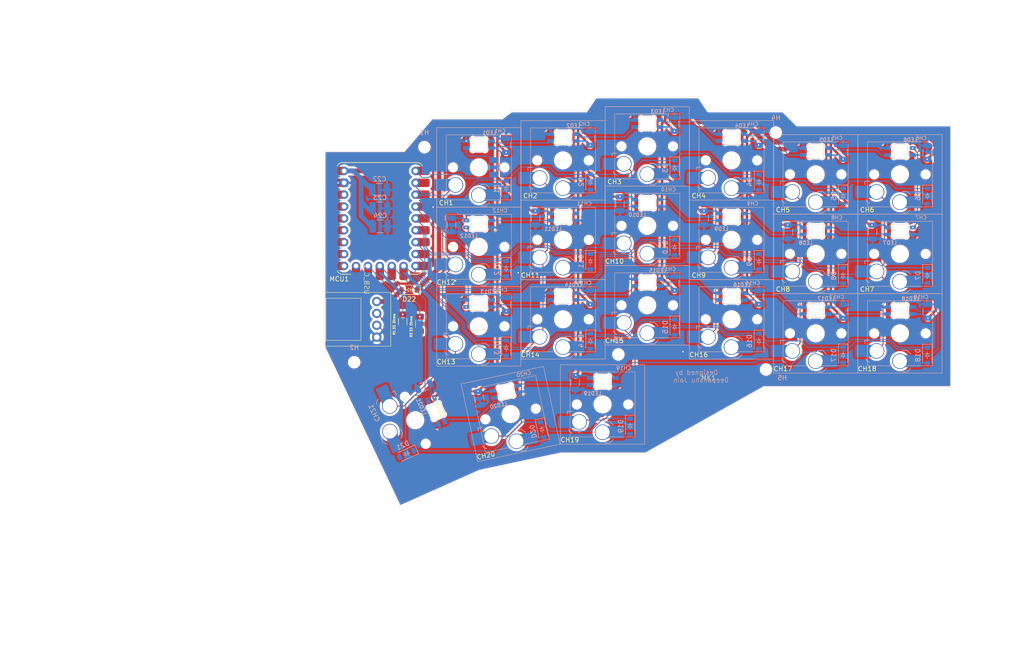
<source format=kicad_pcb>
(kicad_pcb (version 20241229) (generator "pcbnew") (generator_version "9.0")
  (layers (0 "F.Cu" signal) (2 "B.Cu" signal) (13 "F.Paste" user) (15 "B.Paste" user) (5 "F.SilkS" user "F.Silkscreen") (7 "B.SilkS" user "B.Silkscreen") (1 "F.Mask" user) (3 "B.Mask" user) (25 "Edge.Cuts" user))
  (net 0 "")
  (net 1 "GND")
  (net 2 "5V")
  (net 3 "Col0")
  (net 4 "Net-(D1-A)")
  (net 5 "Col1")
  (net 6 "Net-(D2-A)")
  (net 7 "Net-(D3-A)")
  (net 8 "Col2")
  (net 9 "Net-(D4-A)")
  (net 10 "Col3")
  (net 11 "Net-(D5-A)")
  (net 12 "Col4")
  (net 13 "Net-(D6-A)")
  (net 14 "Col5")
  (net 15 "Net-(D7-A)")
  (net 16 "Net-(D8-A)")
  (net 17 "Net-(D9-A)")
  (net 18 "Net-(D10-A)")
  (net 19 "Net-(D11-A)")
  (net 20 "Net-(D12-A)")
  (net 21 "Net-(D13-A)")
  (net 22 "Net-(D14-A)")
  (net 23 "Net-(D15-A)")
  (net 24 "Net-(D16-A)")
  (net 25 "Net-(D17-A)")
  (net 26 "Net-(D18-A)")
  (net 27 "Net-(D19-A)")
  (net 28 "Net-(D20-A)")
  (net 29 "Net-(D21-A)")
  (net 30 "Row0")
  (net 31 "Row1")
  (net 32 "Row2")
  (net 33 "Row3")
  (net 34 "LED_IN")
  (net 35 "Net-(LED1-DOUT)")
  (net 36 "Net-(LED2-DOUT)")
  (net 37 "Net-(LED3-DOUT)")
  (net 38 "Net-(LED4-DOUT)")
  (net 39 "Net-(LED5-DOUT)")
  (net 40 "Net-(LED6-DOUT)")
  (net 41 "Net-(LED7-DOUT)")
  (net 42 "Net-(LED8-DOUT)")
  (net 43 "Net-(LED10-DIN)")
  (net 44 "Net-(LED10-DOUT)")
  (net 45 "Net-(LED11-DOUT)")
  (net 46 "Net-(LED12-DOUT)")
  (net 47 "Net-(LED13-DOUT)")
  (net 48 "Net-(LED14-DOUT)")
  (net 49 "Net-(LED15-DOUT)")
  (net 50 "Net-(LED16-DOUT)")
  (net 51 "Net-(LED17-DOUT)")
  (net 52 "Net-(LED18-DOUT)")
  (net 53 "Net-(LED19-DOUT)")
  (net 54 "Net-(LED20-DOUT)")
  (net 55 "LED_OUT")
  (net 56 "TRRS_TX")
  (net 57 "Net-(USB_C_1-D+)")
  (net 58 "TRRS_RX")
  (net 59 "Net-(USB_C_1-D-)")
  (net 61 "Net-(LED1-DIN)")
  (net 62 "Net-(D22-A)")
  (footprint "Resistor_SMD:R_1206_3216Metric_Pad1.30x1.75mm_HandSolder" (layer "F.Cu") (at 89.56119 85.795 -90)
    (property "Reference" "R2")
    (property "Value" "33 Ohms")
  )
  (footprint "PCM_marbastlib-xp-promicroish:RP2040-Matrix_ACH" (layer "F.Cu") (at 81.01119 63.232501)
    (property "Reference" "MCU1")
    (property "Value" "RP2040-Matrix")
  )
  (footprint "Diode_SMD:D_SOD-123" (layer "F.Cu") (at 87.29869 78.515 180)
    (property "Reference" "D22")
    (property "Value" "B5819W")
  )
  (footprint "ucb_c_breakout:usb_c" (layer "F.Cu") (at 76.36119 84.815 -90)
    (property "Reference" "USB_C_1" (hide yes))
    (property "Value" "USB_C" (hide yes))
  )
  (footprint "Resistor_SMD:R_1206_3216Metric_Pad1.30x1.75mm_HandSolder" (layer "F.Cu") (at 85.91119 85.315 -90)
    (property "Reference" "R1")
    (property "Value" "33 Ohms")
  )
  (footprint "Capacitor_SMD:C_1206_3216Metric" (layer "B.Cu") (at 162.00119 46.135 90)
    (property "Reference" "C4" (hide yes))
    (property "Value" "0.1µF")
  )
  (footprint "Diode_SMD:D_SOD-123" (layer "B.Cu") (at 126.03119 89.465 -90)
    (property "Reference" "D14")
    (property "Value" "1N4148W")
  )
  (footprint "Diode_SMD:D_SOD-123" (layer "B.Cu") (at 108.02119 56.9275 -90)
    (property "Reference" "D1")
    (property "Value" "1N4148W")
  )
  (footprint "PCM_marbastlib-choc:SW_choc_v1_HS_CPG135001S30_1u" (layer "B.Cu") (at 138.17119 47.815 180)
    (property "Reference" "CH3")
    (property "Value" "choc_v1_SW_HS")
  )
  (footprint "Diode_SMD:D_SOD-123" (layer "B.Cu") (at 86.73119 113.605 -156)
    (property "Reference" "D21")
    (property "Value" "1N4148W")
  )
  (footprint "Diode_SMD:D_SOD-123" (layer "B.Cu") (at 180.03119 92.445 -90)
    (property "Reference" "D17")
    (property "Value" "1N4148W")
  )
  (footprint "Capacitor_SMD:C_1206_3216Metric" (layer "B.Cu") (at 108.03119 81.635 90)
    (property "Reference" "C13" (hide yes))
    (property "Value" "0.1µF")
  )
  (footprint "Capacitor_SMD:C_1206_3216Metric" (layer "B.Cu") (at 198.01119 49.125 90)
    (property "Reference" "C6" (hide yes))
    (property "Value" "0.1µF")
  )
  (footprint "Capacitor_SMD:C_1206_3216Metric" (layer "B.Cu") (at 114.31119 63.135 90)
    (property "Reference" "C11" (hide yes))
    (property "Value" "0.1µF")
  )
  (footprint "MountingHole:MountingHole_2.2mm_M2" (layer "B.Cu") (at 90.55119 47.985 180)
    (property "Reference" "H1")
    (property "Value" "MountingHole")
  )
  (footprint "Diode_SMD:D_SOD-123" (layer "B.Cu") (at 198.04119 58.465 -90)
    (property "Reference" "D6")
    (property "Value" "1N4148W")
  )
  (footprint "PCM_marbastlib-choc:SW_choc_v1_HS_CPG135001S30_1u" (layer "B.Cu") (at 156.17119 50.815 180)
    (property "Reference" "CH4")
    (property "Value" "choc_v1_SW_HS")
  )
  (footprint "PCM_marbastlib-choc:SW_choc_v1_HS_CPG135001S30_1u" (layer "B.Cu") (at 102.17119 52.315 180)
    (property "Reference" "CH1")
    (property "Value" "choc_v1_SW_HS")
  )
  (footprint "Capacitor_SMD:C_1206_3216Metric" (layer "B.Cu") (at 180.03119 83.115 90)
    (property "Reference" "C17" (hide yes))
    (property "Value" "0.1µF")
  )
  (footprint "Capacitor_SMD:C_1206_3216Metric" (layer "B.Cu") (at 108.01119 47.635 90)
    (property "Reference" "C1" (hide yes))
    (property "Value" "0.1µF")
  )
  (footprint "Diode_SMD:D_SOD-123" (layer "B.Cu") (at 180.04119 58.455 -90)
    (property "Reference" "D5")
    (property "Value" "1N4148W")
  )
  (footprint "PCM_marbastlib-choc:SW_choc_v1_HS_CPG135001S30_1u" (layer "B.Cu") (at 108.964524 105.069972 -168)
    (property "Reference" "CH20")
    (property "Value" "choc_v1_SW_HS")
  )
  (footprint "PCM_marbastlib-various:LED_6028R" (layer "B.Cu") (at 102.20619 64.425 180)
    (property "Reference" "LED12")
    (property "Value" "SK6812MINI-E")
    (fp_line (start 1.699999 -0.702841) (end 1.699999 0.702843) (stroke (width 0.1)) (layer "Edge.Cuts"))
    (fp_line (start 0.794452 1.5) (end -0.794453 1.5) (stroke (width 0.1)) (layer "Edge.Cuts"))
    (fp_line (start -0.794452 -1.499999) (end 0.794452 -1.499999) (stroke (width 0.1)) (layer "Edge.Cuts"))
    (fp_line (start -1.699999 0.702843) (end -1.699999 -0.702841) (stroke (width 0.1)) (layer "Edge.Cuts"))
    (fp_arc (start 1.749484 0.919721) (mid 1.712526 0.814069) (end 1.699999 0.702843) (stroke (width 0.1)) (layer "Edge.Cuts"))
    (fp_arc (start 1.749484 0.919721) (mid 1.638072 1.504036) (end 1.046711 1.5683) (stroke (width 0.1)) (layer "Edge.Cuts"))
    (fp_arc (start 1.699999 -0.702842) (mid 1.712536 -0.814064) (end 1.749484 -0.919719) (stroke (width 0.1)) (layer "Edge.Cuts"))
    (fp_arc (start 1.046711 -1.568296) (mid 1.63807 -1.504033) (end 1.749484 -0.919719) (stroke (width 0.1)) (layer "Edge.Cuts"))
    (fp_arc (start 1.04671 -1.568298) (mid 0.925122 -1.517376) (end 0.794452 -1.499999) (stroke (width 0.1)) (layer "Edge.Cuts"))
    (fp_arc (start 0.794453 1.500001) (mid 0.925123 1.517378) (end 1.046711 1.5683) (stroke (width 0.1)) (layer "Edge.Cuts"))
    (fp_arc (start -0.794452 -1.499999) (mid -0.925123 -1.517376) (end -1.046711 -1.568298) (stroke (width 0.1)) (layer "Edge.Cuts"))
    (fp_arc (start -1.046711 1.568299) (mid -0.925123 1.517377) (end -0.794453 1.5) (stroke (width 0.1)) (layer "Edge.Cuts"))
    (fp_arc (start -1.046711 1.568299) (mid -1.638071 1.504036) (end -1.749484 0.919721) (stroke (width 0.1)) (layer "Edge.Cuts"))
    (fp_arc (start -1.699999 0.702844) (mid -1.712527 0.814069) (end -1.749484 0.919721) (stroke (width 0.1)) (layer "Edge.Cuts"))
    (fp_arc (start -1.749484 -0.919718) (mid -1.638072 -1.504034) (end -1.046711 -1.568298) (stroke (width 0.1)) (layer "Edge.Cuts"))
    (fp_arc (start -1.749484 -0.919719) (mid -1.712527 -0.814067) (end -1.699999 -0.702841) (stroke (width 0.1)) (layer "Edge.Cuts"))
  )
  (footprint "PCM_marbastlib-choc:SW_choc_v1_HS_CPG135001S30_1u" (layer "B.Cu") (at 192.17119 53.815 180)
    (property "Reference" "CH6")
    (property "Value" "choc_v1_SW_HS")
  )
  (footprint "PCM_marbastlib-various:LED_6028R" (layer "B.Cu") (at 192.20619 48.925)
    (property "Reference" "LED6")
    (property "Value" "SK6812MINI-E")
    (fp_line (start -1.699999 0.702843) (end -1.699999 -0.702841) (stroke (width 0.1)) (layer "Edge.Cuts"))
    (fp_line (start -0.794452 -1.499999) (end 0.794452 -1.499999) (stroke (width 0.1)) (layer "Edge.Cuts"))
    (fp_line (start 0.794452 1.5) (end -0.794453 1.5) (stroke (width 0.1)) (layer "Edge.Cuts"))
    (fp_line (start 1.699999 -0.702841) (end 1.699999 0.702843) (stroke (width 0.1)) (layer "Edge.Cuts"))
    (fp_arc (start -1.749484 -0.919719) (mid -1.712527 -0.814067) (end -1.699999 -0.702841) (stroke (width 0.1)) (layer "Edge.Cuts"))
    (fp_arc (start -1.749484 -0.919718) (mid -1.638072 -1.504034) (end -1.046711 -1.568298) (stroke (width 0.1)) (layer "Edge.Cuts"))
    (fp_arc (start -1.699999 0.702844) (mid -1.712527 0.814069) (end -1.749484 0.919721) (stroke (width 0.1)) (layer "Edge.Cuts"))
    (fp_arc (start -1.046711 1.568299) (mid -1.638071 1.504036) (end -1.749484 0.919721) (stroke (width 0.1)) (layer "Edge.Cuts"))
    (fp_arc (start -1.046711 1.568299) (mid -0.925123 1.517377) (end -0.794453 1.5) (stroke (width 0.1)) (layer "Edge.Cuts"))
    (fp_arc (start -0.794452 -1.499999) (mid -0.925123 -1.517376) (end -1.046711 -1.568298) (stroke (width 0.1)) (layer "Edge.Cuts"))
    (fp_arc (start 0.794453 1.500001) (mid 0.925123 1.517378) (end 1.046711 1.5683) (stroke (width 0.1)) (layer "Edge.Cuts"))
    (fp_arc (start 1.04671 -1.568298) (mid 0.925122 -1.517376) (end 0.794452 -1.499999) (stroke (width 0.1)) (layer "Edge.Cuts"))
    (fp_arc (start 1.046711 -1.568296) (mid 1.63807 -1.504033) (end 1.749484 -0.919719) (stroke (width 0.1)) (layer "Edge.Cuts"))
    (fp_arc (start 1.699999 -0.702842) (mid 1.712536 -0.814064) (end 1.749484 -0.919719) (stroke (width 0.1)) (layer "Edge.Cuts"))
    (fp_arc (start 1.749484 0.919721) (mid 1.638072 1.504036) (end 1.046711 1.5683) (stroke (width 0.1)) (layer "Edge.Cuts"))
    (fp_arc (start 1.749484 0.919721) (mid 1.712526 0.814069) (end 1.699999 0.702843) (stroke (width 0.1)) (layer "Edge.Cuts"))
  )
  (footprint "Diode_SMD:D_SOD-123" (layer "B.Cu") (at 198.01119 92.495 -90)
    (property "Reference" "D18")
    (property "Value" "1N4148W")
  )
  (footprint "PCM_marbastlib-various:LED_6028R" (layer "B.Cu") (at 107.98207 100.279555 -168)
    (property "Reference" "LED20")
    (property "Value" "SK6812MINI-E")
    (fp_line (start 1.699999 -0.702841) (end 1.7 0.702844) (stroke (width 0.1)) (layer "Edge.Cuts"))
    (fp_line (start 0.794452 1.499999) (end -0.794453 1.499999) (stroke (width 0.1)) (layer "Edge.Cuts"))
    (fp_line (start -0.794452 -1.499999) (end 0.794452 -1.5) (stroke (width 0.1)) (layer "Edge.Cuts"))
    (fp_line (start -1.699998 0.702843) (end -1.699999 -0.702841) (stroke (width 0.1)) (layer "Edge.Cuts"))
    (fp_arc (start 1.749484 0.919721) (mid 1.712526 0.81407) (end 1.7 0.702844) (stroke (width 0.1)) (layer "Edge.Cuts"))
    (fp_arc (start 1.749484 0.919721) (mid 1.638072 1.504037) (end 1.046711 1.5683) (stroke (width 0.1)) (layer "Edge.Cuts"))
    (fp_arc (start 1.699999 -0.702842) (mid 1.712537 -0.814065) (end 1.749484 -0.919719) (stroke (width 0.1)) (layer "Edge.Cuts"))
    (fp_arc (start 0.794452 1.499999) (mid 0.925124 1.517377) (end 1.046711 1.5683) (stroke (width 0.1)) (layer "Edge.Cuts"))
    (fp_arc (start 1.046711 -1.568297) (mid 1.63807 -1.504033) (end 1.749484 -0.919719) (stroke (width 0.1)) (layer "Edge.Cuts"))
    (fp_arc (start 1.04671 -1.568298) (mid 0.925121 -1.517377) (end 0.794452 -1.5) (stroke (width 0.1)) (layer "Edge.Cuts"))
    (fp_arc (start -1.046714 1.568299) (mid -0.925123 1.517376) (end -0.794453 1.499999) (stroke (width 0.1)) (layer "Edge.Cuts"))
    (fp_arc (start -1.046714 1.568299) (mid -1.638071 1.504036) (end -1.749483 0.919721) (stroke (width 0.1)) (layer "Edge.Cuts"))
    (fp_arc (start -0.794452 -1.499999) (mid -0.925122 -1.517376) (end -1.046711 -1.568296) (stroke (width 0.1)) (layer "Edge.Cuts"))
    (fp_arc (start -1.699998 0.702844) (mid -1.712526 0.814069) (end -1.749483 0.919721) (stroke (width 0.1)) (layer "Edge.Cuts"))
    (fp_arc (start -1.749483 -0.919718) (mid -1.638073 -1.504034) (end -1.046711 -1.568296) (stroke (width 0.1)) (layer "Edge.Cuts"))
    (fp_arc (start -1.749484 -0.919719) (mid -1.712527 -0.814067) (end -1.699999 -0.702841) (stroke (width 0.1)) (layer "Edge.Cuts"))
  )
  (footprint "Diode_SMD:D_SOD-123" (layer "B.Cu") (at 162.03119 89.475 -90)
    (property "Reference" "D16")
    (property "Value" "1N4148W")
  )
  (footprint "Diode_SMD:D_SOD-123" (layer "B.Cu") (at 144.02119 52.475 -90)
    (property "Reference" "D3")
    (property "Value" "1N4148W")
  )
  (footprint "Capacitor_SMD:C_1206_3216Metric" (layer "B.Cu") (at 132.33119 60.115 90)
    (property "Reference" "C10" (hide yes))
    (property "Value" "0.1µF")
  )
  (footprint "Diode_SMD:D_SOD-123" (layer "B.Cu") (at 144.02119 69.435 -90)
    (property "Reference" "D10")
    (property "Value" "1N4148W")
  )
  (footprint "PCM_marbastlib-choc:SW_choc_v1_HS_CPG135001S30_1u" (layer "B.Cu") (at 174.17119 87.815 180)
    (property "Reference" "CH17")
    (property "Value" "choc_v1_SW_HS")
  )
  (footprint "PCM_marbastlib-choc:SW_choc_v1_HS_CPG135001S30_1u" (layer "B.Cu") (at 120.17119 50.815 180)
    (property "Reference" "CH2")
    (property "Value" "choc_v1_SW_HS")
  )
  (footprint "PCM_marbastlib-various:LED_6028R" (layer "B.Cu") (at 174.20619 48.925)
    (property "Reference" "LED5")
    (property "Value" "SK6812MINI-E")
    (fp_line (start -1.699999 0.702843) (end -1.699999 -0.702841) (stroke (width 0.1)) (layer "Edge.Cuts"))
    (fp_line (start -0.794452 -1.499999) (end 0.794452 -1.499999) (stroke (width 0.1)) (layer "Edge.Cuts"))
    (fp_line (start 0.794452 1.5) (end -0.794453 1.5) (stroke (width 0.1)) (layer "Edge.Cuts"))
    (fp_line (start 1.699999 -0.702841) (end 1.699999 0.702843) (stroke (width 0.1)) (layer "Edge.Cuts"))
    (fp_arc (start -1.749484 -0.919719) (mid -1.712527 -0.814067) (end -1.699999 -0.702841) (stroke (width 0.1)) (layer "Edge.Cuts"))
    (fp_arc (start -1.749484 -0.919718) (mid -1.638072 -1.504034) (end -1.046711 -1.568298) (stroke (width 0.1)) (layer "Edge.Cuts"))
    (fp_arc (start -1.699999 0.702844) (mid -1.712527 0.814069) (end -1.749484 0.919721) (stroke (width 0.1)) (layer "Edge.Cuts"))
    (fp_arc (start -1.046711 1.568299) (mid -1.638071 1.504036) (end -1.749484 0.919721) (stroke (width 0.1)) (layer "Edge.Cuts"))
    (fp_arc (start -1.046711 1.568299) (mid -0.925123 1.517377) (end -0.794453 1.5) (stroke (width 0.1)) (layer "Edge.Cuts"))
    (fp_arc (start -0.794452 -1.499999) (mid -0.925123 -1.517376) (end -1.046711 -1.568298) (stroke (width 0.1)) (layer "Edge.Cuts"))
    (fp_arc (start 0.794453 1.500001) (mid 0.925123 1.517378) (end 1.046711 1.5683) (stroke (width 0.1)) (layer "Edge.Cuts"))
    (fp_arc (start 1.04671 -1.568298) (mid 0.925122 -1.517376) (end 0.794452 -1.499999) (stroke (width 0.1)) (layer "Edge.Cuts"))
    (fp_arc (start 1.046711 -1.568296) (mid 1.63807 -1.504033) (end 1.749484 -0.919719) (stroke (width 0.1)) (layer "Edge.Cuts"))
    (fp_arc (start 1.699999 -0.702842) (mid 1.712536 -0.814064) (end 1.749484 -0.919719) (stroke (width 0.1)) (layer "Edge.Cuts"))
    (fp_arc (start 1.749484 0.919721) (mid 1.638072 1.504036) (end 1.046711 1.5683) (stroke (width 0.1)) (layer "Edge.Cuts"))
    (fp_arc (start 1.749484 0.919721) (mid 1.712526 0.814069) (end 1.699999 0.702843) (stroke (width 0.1)) (layer "Edge.Cuts"))
  )
  (footprint "Capacitor_SMD:C_1206_3216Metric" (layer "B.Cu") (at 144.01119 77.145 90)
    (property "Reference" "C15" (hide yes))
    (property "Value" "0.1µF")
  )
  (footprint "Diode_SMD:D_SOD-123" (layer "B.Cu") (at 162.04119 72.465 -90)
    (property "Reference" "D9")
    (property "Value" "1N4148W")
  )
  (footprint "Capacitor_SMD:C_1206_3216Metric" (layer "B.Cu") (at 102.29119 101.715 102)
    (property "Reference" "C20" (hide yes))
    (property "Value" "0.1µF")
  )
  (footprint "MountingHole:MountingHole_2.2mm_M2" (layer "B.Cu") (at 75.54119 94 180)
    (property "Reference" "H2")
    (property "Value" "MountingHole")
  )
  (footprint "Capacitor_SMD:C_1206_3216Metric" (layer "B.Cu") (at 168.33119 66.115 90)
    (property "Reference" "C8" (hide yes))
    (property "Value" "0.1µF")
  )
  (footprint "PCM_marbastlib-various:LED_6028R" (layer "B.Cu") (at 102.20619 81.425)
    (property "Reference" "LED13")
    (property "Value" "SK6812MINI-E")
    (fp_line (start -1.699999 0.702843) (end -1.699999 -0.702841) (stroke (width 0.1)) (layer "Edge.Cuts"))
    (fp_line (start -0.794452 -1.499999) (end 0.794452 -1.499999) (stroke (width 0.1)) (layer "Edge.Cuts"))
    (fp_line (start 0.794452 1.5) (end -0.794453 1.5) (stroke (width 0.1)) (layer "Edge.Cuts"))
    (fp_line (start 1.699999 -0.702841) (end 1.699999 0.702843) (stroke (width 0.1)) (layer "Edge.Cuts"))
    (fp_arc (start -1.749484 -0.919719) (mid -1.712527 -0.814067) (end -1.699999 -0.702841) (stroke (width 0.1)) (layer "Edge.Cuts"))
    (fp_arc (start -1.749484 -0.919718) (mid -1.638072 -1.504034) (end -1.046711 -1.568298) (stroke (width 0.1)) (layer "Edge.Cuts"))
    (fp_arc (start -1.699999 0.702844) (mid -1.712527 0.814069) (end -1.749484 0.919721) (stroke (width 0.1)) (layer "Edge.Cuts"))
    (fp_arc (start -1.046711 1.568299) (mid -1.638071 1.504036) (end -1.749484 0.919721) (stroke (width 0.1)) (layer "Edge.Cuts"))
    (fp_arc (start -1.046711 1.568299) (mid -0.925123 1.517377) (end -0.794453 1.5) (stroke (width 0.1)) (layer "Edge.Cuts"))
    (fp_arc (start -0.794452 -1.499999) (mid -0.925123 -1.517376) (end -1.046711 -1.568298) (stroke (width 0.1)) (layer "Edge.Cuts"))
    (fp_arc (start 0.794453 1.500001) (mid 0.925123 1.517378) (end 1.046711 1.5683) (stroke (width 0.1)) (layer "Edge.Cuts"))
    (fp_arc (start 1.04671 -1.568298) (mid 0.925122 -1.517376) (end 0.794452 -1.499999) (stroke (width 0.1)) (layer "Edge.Cuts"))
    (fp_arc (start 1.046711 -1.568296) (mid 1.63807 -1.504033) (end 1.749484 -0.919719) (stroke (width 0.1)) (layer "Edge.Cuts"))
    (fp_arc (start 1.699999 -0.702842) (mid 1.712536 -0.814064) (end 1.749484 -0.919719) (stroke (width 0.1)) (layer "Edge.Cuts"))
    (fp_arc (start 1.749484 0.919721) (mid 1.638072 1.504036) (end 1.046711 1.5683) (stroke (width 0.1)) (layer "Edge.Cuts"))
    (fp_arc (start 1.749484 0.919721) (mid 1.712526 0.814069) (end 1.699999 0.702843) (stroke (width 0.1)) (layer "Edge.Cuts"))
  )
  (footprint "Capacitor_SMD:C_1210_3225Metric_Pad1.33x2.70mm_HandSolder" (layer "B.Cu") (at 81.07119 64.925 180)
    (property "Reference" "C24")
    (property "Value" "100uF")
  )
  (footprint "Capacitor_SMD:C_1210_3225Metric_Pad1.33x2.70mm_HandSolder" (layer "B.Cu") (at 81.04119 61.085 180)
    (property "Reference" "C23")
    (property "Value" "100uF")
  )
  (footprint "Diode_SMD:D_SOD-123" (layer "B.Cu") (at 162.04119 55.485 -90)
    (property "Reference" "D4")
    (property "Value" "1N4148W")
  )
  (footprint "PCM_marbastlib-choc:SW_choc_v1_HS_CPG135001S30_1u" (layer "B.Cu") (at 120.17119 84.815 180)
    (property "Reference" "CH14")
    (property "Value" "choc_v1_SW_HS")
  )
  (footprint "Capacitor_SMD:C_1206_3216Metric" (layer "B.Cu") (at 180.03119 49.115 90)
    (property "Reference" "C5" (hide yes))
    (property "Value" "0.1µF")
  )
  (footprint "PCM_marbastlib-choc:SW_choc_v1_HS_CPG135001S30_1u" (layer "B.Cu") (at 102.17119 69.315 180)
    (property "Reference" "CH12")
    (property "Value" "choc_v1_SW_HS")
  )
  (footprint "PCM_marbastlib-various:LED_6028R" (layer "B.Cu") (at 120.20619 45.925)
    (property "Reference" "LED2")
    (property "Value" "SK6812MINI-E")
    (fp_line (start -1.699999 0.702843) (end -1.699999 -0.702841) (stroke (width 0.1)) (layer "Edge.Cuts"))
    (fp_line (start -0.794452 -1.499999) (end 0.794452 -1.499999) (stroke (width 0.1)) (layer "Edge.Cuts"))
    (fp_line (start 0.794452 1.5) (end -0.794453 1.5) (stroke (width 0.1)) (layer "Edge.Cuts"))
    (fp_line (start 1.699999 -0.702841) (end 1.699999 0.702843) (stroke (width 0.1)) (layer "Edge.Cuts"))
    (fp_arc (start -1.749484 -0.919719) (mid -1.712527 -0.814067) (end -1.699999 -0.702841) (stroke (width 0.1)) (layer "Edge.Cuts"))
    (fp_arc (start -1.749484 -0.919718) (mid -1.638072 -1.504034) (end -1.046711 -1.568298) (stroke (width 0.1)) (layer "Edge.Cuts"))
    (fp_arc (start -1.699999 0.702844) (mid -1.712527 0.814069) (end -1.749484 0.919721) (stroke (width 0.1)) (layer "Edge.Cuts"))
    (fp_arc (start -1.046711 1.568299) (mid -1.638071 1.504036) (end -1.749484 0.919721) (stroke (width 0.1)) (layer "Edge.Cuts"))
    (fp_arc (start -1.046711 1.568299) (mid -0.925123 1.517377) (end -0.794453 1.5) (stroke (width 0.1)) (layer "Edge.Cuts"))
    (fp_arc (start -0.794452 -1.499999) (mid -0.925123 -1.517376) (end -1.046711 -1.568298) (stroke (width 0.1)) (layer "Edge.Cuts"))
    (fp_arc (start 0.794453 1.500001) (mid 0.925123 1.517378) (end 1.046711 1.5683) (stroke (width 0.1)) (layer "Edge.Cuts"))
    (fp_arc (start 1.04671 -1.568298) (mid 0.925122 -1.517376) (end 0.794452 -1.499999) (stroke (width 0.1)) (layer "Edge.Cuts"))
    (fp_arc (start 1.046711 -1.568296) (mid 1.63807 -1.504033) (end 1.749484 -0.919719) (stroke (width 0.1)) (layer "Edge.Cuts"))
    (fp_arc (start 1.699999 -0.702842) (mid 1.712536 -0.814064) (end 1.749484 -0.919719) (stroke (width 0.1)) (layer "Edge.Cuts"))
    (fp_arc (start 1.749484 0.919721) (mid 1.638072 1.504036) (end 1.046711 1.5683) (stroke (width 0.1)) (layer "Edge.Cuts"))
    (fp_arc (start 1.749484 0.919721) (mid 1.712526 0.814069) (end 1.699999 0.702843) (stroke (width 0.1)) (layer "Edge.Cuts"))
  )
  (footprint "Diode_SMD:D_SOD-123" (layer "B.Cu") (at 108.01119 73.965 -90)
    (property "Reference" "D12")
    (property "Value" "1N4148W")
  )
  (footprint "MountingHole:MountingHole_2.2mm_M2" (layer "B.Cu") (at 165.65119 44.865 180)
    (property "Reference" "H4")
    (property "Value" "MountingHole")
  )
  (footprint "PCM_marbastlib-various:LED_6028R" (layer "B.Cu") (at 120.20619 79.925)
    (property "Reference" "LED14")
    (property "Value" "SK6812MINI-E")
    (fp_line (start -1.699999 0.702843) (end -1.699999 -0.702841) (stroke (width 0.1)) (layer "Edge.Cuts"))
    (fp_line (start -0.794452 -1.499999) (end 0.794452 -1.499999) (stroke (width 0.1)) (layer "Edge.Cuts"))
    (fp_line (start 0.794452 1.5) (end -0.794453 1.5) (stroke (width 0.1)) (layer "Edge.Cuts"))
    (fp_line (start 1.699999 -0.702841) (end 1.699999 0.702843) (stroke (width 0.1)) (layer "Edge.Cuts"))
    (fp_arc (start -1.749484 -0.919719) (mid -1.712527 -0.814067) (end -1.699999 -0.702841) (stroke (width 0.1)) (layer "Edge.Cuts"))
    (fp_arc (start -1.749484 -0.919718) (mid -1.638072 -1.504034) (end -1.046711 -1.568298) (stroke (width 0.1)) (layer "Edge.Cuts"))
    (fp_arc (start -1.699999 0.702844) (mid -1.712527 0.814069) (end -1.749484 0.919721) (stroke (width 0.1)) (layer "Edge.Cuts"))
    (fp_arc (start -1.046711 1.568299) (mid -1.638071 1.504036) (end -1.749484 0.919721) (stroke (width 0.1)) (layer "Edge.Cuts"))
    (fp_arc (start -1.046711 1.568299) (mid -0.925123 1.517377) (end -0.794453 1.5) (stroke (width 0.1)) (layer "Edge.Cuts"))
    (fp_arc (start -0.794452 -1.499999) (mid -0.925123 -1.517376) (end -1.046711 -1.568298) (stroke (width 0.1)) (layer "Edge.Cuts"))
    (fp_arc (start 0.794453 1.500001) (mid 0.925123 1.517378) (end 1.046711 1.5683) (stroke (width 0.1)) (layer "Edge.Cuts"))
    (fp_arc (start 1.04671 -1.568298) (mid 0.925122 -1.517376) (end 0.794452 -1.499999) (stroke (width 0.1)) (layer "Edge.Cuts"))
    (fp_arc (start 1.046711 -1.568296) (mid 1.63807 -1.504033) (end 1.749484 -0.919719) (stroke (width 0.1)) (layer "Edge.Cuts"))
    (fp_arc (start 1.699999 -0.702842) (mid 1.712536 -0.814064) (end 1.749484 -0.919719) (stroke (width 0.1)) (layer "Edge.Cuts"))
    (fp_arc (start 1.749484 0.919721) (mid 1.638072 1.504036) (end 1.046711 1.5683) (stroke (width 0.1)) (layer "Edge.Cuts"))
    (fp_arc (start 1.749484 0.919721) (mid 1.712526 0.814069) (end 1.699999 0.702843) (stroke (width 0.1)) (layer "Edge.Cuts"))
  )
  (footprint "PCM_marbastlib-choc:SW_choc_v1_HS_CPG135001S30_1u" (layer "B.Cu") (at 192.17119 87.815 180)
    (property "Reference" "CH18")
    (property "Value" "choc_v1_SW_HS")
  )
  (footprint "PCM_marbastlib-choc:SW_choc_v1_HS_CPG135001S30_1u" (layer "B.Cu") (at 138.17119 64.815 180)
    (property "Reference" "CH10")
    (property "Value" "choc_v1_SW_HS")
  )
  (footprint "Resistor_SMD:R_1206_3216Metric_Pad1.30x1.75mm_HandSolder" (layer "B.Cu") (at 105.29119 52.315 90)
    (property "Reference" "R3")
    (property "Value" "470R")
  )
  (footprint "Diode_SMD:D_SOD-123" (layer "B.Cu") (at 126.03119 55.455 -90)
    (property "Reference" "D2")
    (property "Value" "1N4148W")
  )
  (footprint "PCM_marbastlib-various:LED_6028R" (layer "B.Cu") (at 138.20619 76.925)
    (property "Reference" "LED15")
    (property "Value" "SK6812MINI-E")
    (fp_line (start -1.699999 0.702843) (end -1.699999 -0.702841) (stroke (width 0.1)) (layer "Edge.Cuts"))
    (fp_line (start -0.794452 -1.499999) (end 0.794452 -1.499999) (stroke (width 0.1)) (layer "Edge.Cuts"))
    (fp_line (start 0.794452 1.5) (end -0.794453 1.5) (stroke (width 0.1)) (layer "Edge.Cuts"))
    (fp_line (start 1.699999 -0.702841) (end 1.699999 0.702843) (stroke (width 0.1)) (layer "Edge.Cuts"))
    (fp_arc (start -1.749484 -0.919719) (mid -1.712527 -0.814067) (end -1.699999 -0.702841) (stroke (width 0.1)) (layer "Edge.Cuts"))
    (fp_arc (start -1.749484 -0.919718) (mid -1.638072 -1.504034) (end -1.046711 -1.568298) (stroke (width 0.1)) (layer "Edge.Cuts"))
    (fp_arc (start -1.699999 0.702844) (mid -1.712527 0.814069) (end -1.749484 0.919721) (stroke (width 0.1)) (layer "Edge.Cuts"))
    (fp_arc (start -1.046711 1.568299) (mid -1.638071 1.504036) (end -1.749484 0.919721) (stroke (width 0.1)) (layer "Edge.Cuts"))
    (fp_arc (start -1.046711 1.568299) (mid -0.925123 1.517377) (end -0.794453 1.5) (stroke (width 0.1)) (layer "Edge.Cuts"))
    (fp_arc (start -0.794452 -1.499999) (mid -0.925123 -1.517376) (end -1.046711 -1.568298) (stroke (width 0.1)) (layer "Edge.Cuts"))
    (fp_arc (start 0.794453 1.500001) (mid 0.925123 1.517378) (end 1.046711 1.5683) (stroke (width 0.1)) (layer "Edge.Cuts"))
    (fp_arc (start 1.04671 -1.568298) (mid 0.925122 -1.517376) (end 0.794452 -1.499999) (stroke (width 0.1)) (layer "Edge.Cuts"))
    (fp_arc (start 1.046711 -1.568296) (mid 1.63807 -1.504033) (end 1.749484 -0.919719) (stroke (width 0.1)) (layer "Edge.Cuts"))
    (fp_arc (start 1.699999 -0.702842) (mid 1.712536 -0.814064) (end 1.749484 -0.919719) (stroke (width 0.1)) (layer "Edge.Cuts"))
    (fp_arc (start 1.749484 0.919721) (mid 1.638072 1.504036) (end 1.046711 1.5683) (stroke (width 0.1)) (layer "Edge.Cuts"))
    (fp_arc (start 1.749484 0.919721) (mid 1.712526 0.814069) (end 1.699999 0.702843) (stroke (width 0.1)) (layer "Edge.Cuts"))
  )
  (footprint "Diode_SMD:D_SOD-123" (layer "B.Cu") (at 144.03119 86.475 -90)
    (property "Reference" "D15")
    (property "Value" "1N4148W")
  )
  (footprint "PCM_marbastlib-various:LED_6028R" (layer "B.Cu") (at 156.20619 62.925 180)
    (property "Reference" "LED9")
    (property "Value" "SK6812MINI-E")
    (fp_line (start 1.699999 -0.702841) (end 1.699999 0.702843) (stroke (width 0.1)) (layer "Edge.Cuts"))
    (fp_line (start 0.794452 1.5) (end -0.794453 1.5) (stroke (width 0.1)) (layer "Edge.Cuts"))
    (fp_line (start -0.794452 -1.499999) (end 0.794452 -1.499999) (stroke (width 0.1)) (layer "Edge.Cuts"))
    (fp_line (start -1.699999 0.702843) (end -1.699999 -0.702841) (stroke (width 0.1)) (layer "Edge.Cuts"))
    (fp_arc (start 1.749484 0.919721) (mid 1.712526 0.814069) (end 1.699999 0.702843) (stroke (width 0.1)) (layer "Edge.Cuts"))
    (fp_arc (start 1.749484 0.919721) (mid 1.638072 1.504036) (end 1.046711 1.5683) (stroke (width 0.1)) (layer "Edge.Cuts"))
    (fp_arc (start 1.699999 -0.702842) (mid 1.712536 -0.814064) (end 1.749484 -0.919719) (stroke (width 0.1)) (layer "Edge.Cuts"))
    (fp_arc (start 1.046711 -1.568296) (mid 1.63807 -1.504033) (end 1.749484 -0.919719) (stroke (width 0.1)) (layer "Edge.Cuts"))
    (fp_arc (start 1.04671 -1.568298) (mid 0.925122 -1.517376) (end 0.794452 -1.499999) (stroke (width 0.1)) (layer "Edge.Cuts"))
    (fp_arc (start 0.794453 1.500001) (mid 0.925123 1.517378) (end 1.046711 1.5683) (stroke (width 0.1)) (layer "Edge.Cuts"))
    (fp_arc (start -0.794452 -1.499999) (mid -0.925123 -1.517376) (end -1.046711 -1.568298) (stroke (width 0.1)) (layer "Edge.Cuts"))
    (fp_arc (start -1.046711 1.568299) (mid -0.925123 1.517377) (end -0.794453 1.5) (stroke (width 0.1)) (layer "Edge.Cuts"))
    (fp_arc (start -1.046711 1.568299) (mid -1.638071 1.504036) (end -1.749484 0.919721) (stroke (width 0.1)) (layer "Edge.Cuts"))
    (fp_arc (start -1.699999 0.702844) (mid -1.712527 0.814069) (end -1.749484 0.919721) (stroke (width 0.1)) (layer "Edge.Cuts"))
    (fp_arc (start -1.749484 -0.919718) (mid -1.638072 -1.504034) (end -1.046711 -1.568298) (stroke (width 0.1)) (layer "Edge.Cuts"))
    (fp_arc (start -1.749484 -0.919719) (mid -1.712527 -0.814067) (end -1.699999 -0.702841) (stroke (width 0.1)) (layer "Edge.Cuts"))
  )
  (footprint "Capacitor_SMD:C_1206_3216Metric" (layer "B.Cu") (at 198.02119 83.095 90)
    (property "Reference" "C18" (hide yes))
    (property "Value" "0.1µF")
  )
  (footprint "Capacitor_SMD:C_1206_3216Metric" (layer "B.Cu") (at 150.32119 63.115 90)
    (property "Reference" "C9" (hide yes))
    (property "Value" "0.1µF")
  )
  (footprint "PCM_marbastlib-various:LED_6028R" (layer "B.Cu") (at 138.20619 59.925 180)
    (property "Reference" "LED10")
    (property "Value" "SK6812MINI-E")
    (fp_line (start 1.699999 -0.702841) (end 1.699999 0.702843) (stroke (width 0.1)) (layer "Edge.Cuts"))
    (fp_line (start 0.794452 1.5) (end -0.794453 1.5) (stroke (width 0.1)) (layer "Edge.Cuts"))
    (fp_line (start -0.794452 -1.499999) (end 0.794452 -1.499999) (stroke (width 0.1)) (layer "Edge.Cuts"))
    (fp_line (start -1.699999 0.702843) (end -1.699999 -0.702841) (stroke (width 0.1)) (layer "Edge.Cuts"))
    (fp_arc (start 1.749484 0.919721) (mid 1.712526 0.814069) (end 1.699999 0.702843) (stroke (width 0.1)) (layer "Edge.Cuts"))
    (fp_arc (start 1.749484 0.919721) (mid 1.638072 1.504036) (end 1.046711 1.5683) (stroke (width 0.1)) (layer "Edge.Cuts"))
    (fp_arc (start 1.699999 -0.702842) (mid 1.712536 -0.814064) (end 1.749484 -0.919719) (stroke (width 0.1)) (layer "Edge.Cuts"))
    (fp_arc (start 1.046711 -1.568296) (mid 1.63807 -1.504033) (end 1.749484 -0.919719) (stroke (width 0.1)) (layer "Edge.Cuts"))
    (fp_arc (start 1.04671 -1.568298) (mid 0.925122 -1.517376) (end 0.794452 -1.499999) (stroke (width 0.1)) (layer "Edge.Cuts"))
    (fp_arc (start 0.794453 1.500001) (mid 0.925123 1.517378) (end 1.046711 1.5683) (stroke (width 0.1)) (layer "Edge.Cuts"))
    (fp_arc (start -0.794452 -1.499999) (mid -0.925123 -1.517376) (end -1.046711 -1.568298) (stroke (width 0.1)) (layer "Edge.Cuts"))
    (fp_arc (start -1.046711 1.568299) (mid -0.925123 1.517377) (end -0.794453 1.5) (stroke (width 0.1)) (layer "Edge.Cuts"))
    (fp_arc (start -1.046711 1.568299) (mid -1.638071 1.504036) (end -1.749484 0.919721) (stroke (width 0.1)) (layer "Edge.Cuts"))
    (fp_arc (start -1.699999 0.702844) (mid -1.712527 0.814069) (end -1.749484 0.919721) (stroke (width 0.1)) (layer "Edge.Cuts"))
    (fp_arc (start -1.749484 -0.919718) (mid -1.638072 -1.504034) (end -1.046711 -1.568298) (stroke (width 0.1)) (layer "Edge.Cuts"))
    (fp_arc (start -1.749484 -0.919719) (mid -1.712527 -0.814067) (end -1.699999 -0.702841) (stroke (width 0.1)) (layer "Edge.Cuts"))
  )
  (footprint "PCM_marbastlib-various:LED_6028R" (layer "B.Cu") (at 138.20619 42.925)
    (property "Reference" "LED3")
    (property "Value" "SK6812MINI-E")
    (fp_line (start -1.699999 0.702843) (end -1.699999 -0.702841) (stroke (width 0.1)) (layer "Edge.Cuts"))
    (fp_line (start -0.794452 -1.499999) (end 0.794452 -1.499999) (stroke (width 0.1)) (layer "Edge.Cuts"))
    (fp_line (start 0.794452 1.5) (end -0.794453 1.5) (stroke (width 0.1)) (layer "Edge.Cuts"))
    (fp_line (start 1.699999 -0.702841) (end 1.699999 0.702843) (stroke (width 0.1)) (layer "Edge.Cuts"))
    (fp_arc (start -1.749484 -0.919719) (mid -1.712527 -0.814067) (end -1.699999 -0.702841) (stroke (width 0.1)) (layer "Edge.Cuts"))
    (fp_arc (start -1.749484 -0.919718) (mid -1.638072 -1.504034) (end -1.046711 -1.568298) (stroke (width 0.1)) (layer "Edge.Cuts"))
    (fp_arc (start -1.699999 0.702844) (mid -1.712527 0.814069) (end -1.749484 0.919721) (stroke (width 0.1)) (layer "Edge.Cuts"))
    (fp_arc (start -1.046711 1.568299) (mid -1.638071 1.504036) (end -1.749484 0.919721) (stroke (width 0.1)) (layer "Edge.Cuts"))
    (fp_arc (start -1.046711 1.568299) (mid -0.925123 1.517377) (end -0.794453 1.5) (stroke (width 0.1)) (layer "Edge.Cuts"))
    (fp_arc (start -0.794452 -1.499999) (mid -0.925123 -1.517376) (end -1.046711 -1.568298) (stroke (width 0.1)) (layer "Edge.Cuts"))
    (fp_arc (start 0.794453 1.500001) (mid 0.925123 1.517378) (end 1.046711 1.5683) (stroke (width 0.1)) (layer "Edge.Cuts"))
    (fp_arc (start 1.04671 -1.568298) (mid 0.925122 -1.517376) (end 0.794452 -1.499999) (stroke (width 0.1)) (layer "Edge.Cuts"))
    (fp_arc (start 1.046711 -1.568296) (mid 1.63807 -1.504033) (end 1.749484 -0.919719) (stroke (width 0.1)) (layer "Edge.Cuts"))
    (fp_arc (start 1.699999 -0.702842) (mid 1.712536 -0.814064) (end 1.749484 -0.919719) (stroke (width 0.1)) (layer "Edge.Cuts"))
    (fp_arc (start 1.749484 0.919721) (mid 1.638072 1.504036) (end 1.046711 1.5683) (stroke (width 0.1)) (layer "Edge.Cuts"))
    (fp_arc (start 1.749484 0.919721) (mid 1.712526 0.814069) (end 1.699999 0.702843) (stroke (width 0.1)) (layer "Edge.Cuts"))
  )
  (footprint "Capacitor_SMD:C_1206_3216Metric" (layer "B.Cu") (at 126.00119 46.115 90)
    (property "Reference" "C2" (hide yes))
    (property "Value" "0.1µF")
  )
  (footprint "Diode_SMD:D_SOD-123" (layer "B.Cu") (at 108.02119 90.955 -90)
    (property "Reference" "D13")
    (property "Value" "1N4148W")
  )
  (footprint "Capacitor_SMD:C_1206_3216Metric" (layer "B.Cu") (at 122.77119 98.325 90)
    (property "Reference" "C19" (hide yes))
    (property "Value" "0.1µF")
  )
  (footprint "PCM_marbastlib-various:LED_6028R" (layer "B.Cu") (at 192.20619 65.925 180)
    (property "Reference" "LED7")
    (property "Value" "SK6812MINI-E")
    (fp_line (start 1.699999 -0.702841) (end 1.699999 0.702843) (stroke (width 0.1)) (layer "Edge.Cuts"))
    (fp_line (start 0.794452 1.5) (end -0.794453 1.5) (stroke (width 0.1)) (layer "Edge.Cuts"))
    (fp_line (start -0.794452 -1.499999) (end 0.794452 -1.499999) (stroke (width 0.1)) (layer "Edge.Cuts"))
    (fp_line (start -1.699999 0.702843) (end -1.699999 -0.702841) (stroke (width 0.1)) (layer "Edge.Cuts"))
    (fp_arc (start 1.749484 0.919721) (mid 1.712526 0.814069) (end 1.699999 0.702843) (stroke (width 0.1)) (layer "Edge.Cuts"))
    (fp_arc (start 1.749484 0.919721) (mid 1.638072 1.504036) (end 1.046711 1.5683) (stroke (width 0.1)) (layer "Edge.Cuts"))
    (fp_arc (start 1.699999 -0.702842) (mid 1.712536 -0.814064) (end 1.749484 -0.919719) (stroke (width 0.1)) (layer "Edge.Cuts"))
    (fp_arc (start 1.046711 -1.568296) (mid 1.63807 -1.504033) (end 1.749484 -0.919719) (stroke (width 0.1)) (layer "Edge.Cuts"))
    (fp_arc (start 1.04671 -1.568298) (mid 0.925122 -1.517376) (end 0.794452 -1.499999) (stroke (width 0.1)) (layer "Edge.Cuts"))
    (fp_arc (start 0.794453 1.500001) (mid 0.925123 1.517378) (end 1.046711 1.5683) (stroke (width 0.1)) (layer "Edge.Cuts"))
    (fp_arc (start -0.794452 -1.499999) (mid -0.925123 -1.517376) (end -1.046711 -1.568298) (stroke (width 0.1)) (layer "Edge.Cuts"))
    (fp_arc (start -1.046711 1.568299) (mid -0.925123 1.517377) (end -0.794453 1.5) (stroke (width 0.1)) (layer "Edge.Cuts"))
    (fp_arc (start -1.046711 1.568299) (mid -1.638071 1.504036) (end -1.749484 0.919721) (stroke (width 0.1)) (layer "Edge.Cuts"))
    (fp_arc (start -1.699999 0.702844) (mid -1.712527 0.814069) (end -1.749484 0.919721) (stroke (width 0.1)) (layer "Edge.Cuts"))
    (fp_arc (start -1.749484 -0.919718) (mid -1.638072 -1.504034) (end -1.046711 -1.568298) (stroke (width 0.1)) (layer "Edge.Cuts"))
    (fp_arc (start -1.749484 -0.919719) (mid -1.712527 -0.814067) (end -1.699999 -0.702841) (stroke (width 0.1)) (layer "Edge.Cuts"))
  )
  (footprint "MountingHole:MountingHole_2.2mm_M2" (layer "B.Cu") (at 132.00119 92.325 180)
    (property "Reference" "H3")
    (property "Value" "MountingHole")
  )
  (footprint "Capacitor_SMD:C_1210_3225Metric_Pad1.33x2.70mm_HandSolder" (layer "B.Cu") (at 80.96119 57.125 180)
    (property "Reference" "C22")
    (property "Value" "100uF")
  )
  (footprint "Diode_SMD:D_SOD-123" (layer "B.Cu") (at 134.50119 107.675 -90)
    (property "Reference" "D19")
    (property "Value" "1N4148W")
  )
  (footprint "PCM_marbastlib-various:LED_6028R" (layer "B.Cu") (at 174.20619 65.925 180)
    (property "Reference" "LED8")
    (property "Value" "SK6812MINI-E")
    (fp_line (start 1.699999 -0.702841) (end 1.699999 0.702843) (stroke (width 0.1)) (layer "Edge.Cuts"))
    (fp_line (start 0.794452 1.5) (end -0.794453 1.5) (stroke (width 0.1)) (layer "Edge.Cuts"))
    (fp_line (start -0.794452 -1.499999) (end 0.794452 -1.499999) (stroke (width 0.1)) (layer "Edge.Cuts"))
    (fp_line (start -1.699999 0.702843) (end -1.699999 -0.702841) (stroke (width 0.1)) (layer "Edge.Cuts"))
    (fp_arc (start 1.749484 0.919721) (mid 1.712526 0.814069) (end 1.699999 0.702843) (stroke (width 0.1)) (layer "Edge.Cuts"))
    (fp_arc (start 1.749484 0.919721) (mid 1.638072 1.504036) (end 1.046711 1.5683) (stroke (width 0.1)) (layer "Edge.Cuts"))
    (fp_arc (start 1.699999 -0.702842) (mid 1.712536 -0.814064) (end 1.749484 -0.919719) (stroke (width 0.1)) (layer "Edge.Cuts"))
    (fp_arc (start 1.046711 -1.568296) (mid 1.63807 -1.504033) (end 1.749484 -0.919719) (stroke (width 0.1)) (layer "Edge.Cuts"))
    (fp_arc (start 1.04671 -1.568298) (mid 0.925122 -1.517376) (end 0.794452 -1.499999) (stroke (width 0.1)) (layer "Edge.Cuts"))
    (fp_arc (start 0.794453 1.500001) (mid 0.925123 1.517378) (end 1.046711 1.5683) (stroke (width 0.1)) (layer "Edge.Cuts"))
    (fp_arc (start -0.794452 -1.499999) (mid -0.925123 -1.517376) (end -1.046711 -1.568298) (stroke (width 0.1)) (layer "Edge.Cuts"))
    (fp_arc (start -1.046711 1.568299) (mid -0.925123 1.517377) (end -0.794453 1.5) (stroke (width 0.1)) (layer "Edge.Cuts"))
    (fp_arc (start -1.046711 1.568299) (mid -1.638071 1.504036) (end -1.749484 0.919721) (stroke (width 0.1)) (layer "Edge.Cuts"))
    (fp_arc (start -1.699999 0.702844) (mid -1.712527 0.814069) (end -1.749484 0.919721) (stroke (width 0.1)) (layer "Edge.Cuts"))
    (fp_arc (start -1.749484 -0.919718) (mid -1.638072 -1.504034) (end -1.046711 -1.568298) (stroke (width 0.1)) (layer "Edge.Cuts"))
    (fp_arc (start -1.749484 -0.919719) (mid -1.712527 -0.814067) (end -1.699999 -0.702841) (stroke (width 0.1)) (layer "Edge.Cuts"))
  )
  (footprint "Capacitor_SMD:C_1206_3216Metric" (layer "B.Cu") (at 162.02119 80.125 90)
    (property "Reference" "C16" (hide yes))
    (property "Value" "0.1µF")
  )
  (footprint "PCM_marbastlib-various:LED_6028R" (layer "B.Cu") (at 120.20619 62.925 180)
    (property "Reference" "LED11")
    (property "Value" "SK6812MINI-E")
    (fp_line (start 1.699999 -0.702841) (end 1.699999 0.702843) (stroke (width 0.1)) (layer "Edge.Cuts"))
    (fp_line (start 0.794452 1.5) (end -0.794453 1.5) (stroke (width 0.1)) (layer "Edge.Cuts"))
    (fp_line (start -0.794452 -1.499999) (end 0.794452 -1.499999) (stroke (width 0.1)) (layer "Edge.Cuts"))
    (fp_line (start -1.699999 0.702843) (end -1.699999 -0.702841) (stroke (width 0.1)) (layer "Edge.Cuts"))
    (fp_arc (start 1.749484 0.919721) (mid 1.712526 0.814069) (end 1.699999 0.702843) (stroke (width 0.1)) (layer "Edge.Cuts"))
    (fp_arc (start 1.749484 0.919721) (mid 1.638072 1.504036) (end 1.046711 1.5683) (stroke (width 0.1)) (layer "Edge.Cuts"))
    (fp_arc (start 1.699999 -0.702842) (mid 1.712536 -0.814064) (end 1.749484 -0.919719) (stroke (width 0.1)) (layer "Edge.Cuts"))
    (fp_arc (start 1.046711 -1.568296) (mid 1.63807 -1.504033) (end 1.749484 -0.919719) (stroke (width 0.1)) (layer "Edge.Cuts"))
    (fp_arc (start 1.04671 -1.568298) (mid 0.925122 -1.517376) (end 0.794452 -1.499999) (stroke (width 0.1)) (layer "Edge.Cuts"))
    (fp_arc (start 0.794453 1.500001) (mid 0.925123 1.517378) (end 1.046711 1.5683) (stroke (width 0.1)) (layer "Edge.Cuts"))
    (fp_arc (start -0.794452 -1.499999) (mid -0.925123 -1.517376) (end -1.046711 -1.568298) (stroke (width 0.1)) (layer "Edge.Cuts"))
    (fp_arc (start -1.046711 1.568299) (mid -0.925123 1.517377) (end -0.794453 1.5) (stroke (width 0.1)) (layer "Edge.Cuts"))
    (fp_arc (start -1.046711 1.568299) (mid -1.638071 1.504036) (end -1.749484 0.919721) (stroke (width 0.1)) (layer "Edge.Cuts"))
    (fp_arc (start -1.699999 0.702844) (mid -1.712527 0.814069) (end -1.749484 0.919721) (stroke (width 0.1)) (layer "Edge.Cuts"))
    (fp_arc (start -1.749484 -0.919718) (mid -1.638072 -1.504034) (end -1.046711 -1.568298) (stroke (width 0.1)) (layer "Edge.Cuts"))
    (fp_arc (start -1.749484 -0.919719) (mid -1.712527 -0.814067) (end -1.699999 -0.702841) (stroke (width 0.1)) (layer "Edge.Cuts"))
  )
  (footprint "PCM_marbastlib-various:LED_6028R" (layer "B.Cu") (at 93.075822 104.43933 114)
    (property "Reference" "LED21")
    (property "Value" "SK6812MINI-E")
    (fp_line (start 1.7 -0.702841) (end 1.699999 0.702843) (stroke (width 0.1)) (layer "Edge.Cuts"))
    (fp_line (start -0.794451 -1.499999) (end 0.794452 -1.5) (stroke (width 0.1)) (layer "Edge.Cuts"))
    (fp_line (start 0.794452 1.500001) (end -0.794453 1.5) (stroke (width 0.1)) (layer "Edge.Cuts"))
    (fp_line (start -1.699999 0.702843) (end -1.699999 -0.70284) (stroke (width 0.1)) (layer "Edge.Cuts"))
    (fp_arc (start 1.046712 -1.568296) (mid 1.638068 -1.504032) (end 1.749484 -0.919719) (stroke (width 0.1)) (layer "Edge.Cuts"))
    (fp_arc (start 1.04671 -1.568297) (mid 0.925122 -1.517376) (end 0.794452 -1.5) (stroke (width 0.1)) (layer "Edge.Cuts"))
    (fp_arc (start 1.699999 -0.702842) (mid 1.712537 -0.814065) (end 1.749484 -0.919719) (stroke (width 0.1)) (layer "Edge.Cuts"))
    (fp_arc (start -0.794451 -1.499999) (mid -0.925123 -1.517376) (end -1.046711 -1.568298) (stroke (width 0.1)) (layer "Edge.Cuts"))
    (fp_arc (start -1.749484 -0.919718) (mid -1.638073 -1.504035) (end -1.046711 -1.568298) (stroke (width 0.1)) (layer "Edge.Cuts"))
    (fp_arc (start -1.749484 -0.919718) (mid -1.712528 -0.814067) (end -1.699999 -0.70284) (stroke (width 0.1)) (layer "Edge.Cuts"))
    (fp_arc (start 1.749484 0.919721) (mid 1.712526 0.814069) (end 1.699999 0.702843) (stroke (width 0.1)) (layer "Edge.Cuts"))
    (fp_arc (start 1.749484 0.919721) (mid 1.638071 1.504036) (end 1.046711 1.5683) (stroke (width 0.1)) (layer "Edge.Cuts"))
    (fp_arc (start 0.794453 1.5) (mid 0.925123 1.517378) (end 1.046711 1.5683) (stroke (width 0.1)) (layer "Edge.Cuts"))
    (fp_arc (start -1.699999 0.702844) (mid -1.712527 0.81407) (end -1.749483 0.919721) (stroke (width 0.1)) (layer "Edge.Cuts"))
    (fp_arc (start -1.046711 1.5683) (mid -1.638072 1.504036) (end -1.749483 0.919721) (stroke (width 0.1)) (layer "Edge.Cuts"))
    (fp_arc (start -1.046711 1.5683) (mid -0.925123 1.517378) (end -0.794453 1.5) (stroke (width 0.1)) (layer "Edge.Cuts"))
  )
  (footprint "Capacitor_SMD:C_1206_3216Metric" (layer "B.Cu") (at 126.00119 80.115 90)
    (property "Reference" "C14" (hide yes))
    (property "Value" "0.1µF")
  )
  (footprint "MountingHole:MountingHole_2.2mm_M2" (layer "B.Cu") (at 163.55119 95.555 180)
    (property "Reference" "H5")
    (property "Value" "MountingHole")
  )
  (footprint "PCM_marbastlib-choc:SW_choc_v1_HS_CPG135001S30_1u" (layer "B.Cu") (at 128.62119 103.015 180)
    (property "Reference" "CH19")
    (property "Value" "choc_v1_SW_HS")
  )
  (footprint "Capacitor_SMD:C_1206_3216Metric" (layer "B.Cu") (at 90.46119 99.175 24)
    (property "Reference" "C21" (hide yes))
    (property "Value" "0.1µF")
  )
  (footprint "Diode_SMD:D_SOD-123" (layer "B.Cu") (at 126.03119 72.455 -90)
    (property "Reference" "D11")
    (property "Value" "1N4148W")
  )
  (footprint "PCM_marbastlib-choc:SW_choc_v1_HS_CPG135001S30_1u" (layer "B.Cu") (at 120.17119 67.815 180)
    (property "Reference" "CH11")
    (property "Value" "choc_v1_SW_HS")
  )
  (footprint "PCM_marbastlib-various:LED_6028R" (layer "B.Cu") (at 102.20619 47.425)
    (property "Reference" "LED1")
    (property "Value" "SK6812MINI-E")
    (fp_line (start -1.699999 0.702843) (end -1.699999 -0.702841) (stroke (width 0.1)) (layer "Edge.Cuts"))
    (fp_line (start -0.794452 -1.499999) (end 0.794452 -1.499999) (stroke (width 0.1)) (layer "Edge.Cuts"))
    (fp_line (start 0.794452 1.5) (end -0.794453 1.5) (stroke (width 0.1)) (layer "Edge.Cuts"))
    (fp_line (start 1.699999 -0.702841) (end 1.699999 0.702843) (stroke (width 0.1)) (layer "Edge.Cuts"))
    (fp_arc (start -1.749484 -0.919719) (mid -1.712527 -0.814067) (end -1.699999 -0.702841) (stroke (width 0.1)) (layer "Edge.Cuts"))
    (fp_arc (start -1.749484 -0.919718) (mid -1.638072 -1.504034) (end -1.046711 -1.568298) (stroke (width 0.1)) (layer "Edge.Cuts"))
    (fp_arc (start -1.699999 0.702844) (mid -1.712527 0.814069) (end -1.749484 0.919721) (stroke (width 0.1)) (layer "Edge.Cuts"))
    (fp_arc (start -1.046711 1.568299) (mid -1.638071 1.504036) (end -1.749484 0.919721) (stroke (width 0.1)) (layer "Edge.Cuts"))
    (fp_arc (start -1.046711 1.568299) (mid -0.925123 1.517377) (end -0.794453 1.5) (stroke (width 0.1)) (layer "Edge.Cuts"))
    (fp_arc (start -0.794452 -1.499999) (mid -0.925123 -1.517376) (end -1.046711 -1.568298) (stroke (width 0.1)) (layer "Edge.Cuts"))
    (fp_arc (start 0.794453 1.500001) (mid 0.925123 1.517378) (end 1.046711 1.5683) (stroke (width 0.1)) (layer "Edge.Cuts"))
    (fp_arc (start 1.04671 -1.568298) (mid 0.925122 -1.517376) (end 0.794452 -1.499999) (stroke (width 0.1)) (layer "Edge.Cuts"))
    (fp_arc (start 1.046711 -1.568296) (mid 1.63807 -1.504033) (end 1.749484 -0.919719) (stroke (width 0.1)) (layer "Edge.Cuts"))
    (fp_arc (start 1.699999 -0.702842) (mid 1.712536 -0.814064) (end 1.749484 -0.919719) (stroke (width 0.1)) (layer "Edge.Cuts"))
    (fp_arc (start 1.749484 0.919721) (mid 1.638072 1.504036) (end 1.046711 1.5683) (stroke (width 0.1)) (layer "Edge.Cuts"))
    (fp_arc (start 1.749484 0.919721) (mid 1.712526 0.814069) (end 1.699999 0.702843) (stroke (width 0.1)) (layer "Edge.Cuts"))
  )
  (footprint "PCM_marbastlib-choc:SW_choc_v1_HS_CPG135001S30_1.5u" (layer "B.Cu") (at 88.594347 106.396298 114)
    (property "Reference" "CH21")
    (property "Value" "choc_v1_SW_HS")
  )
  (footprint "PCM_marbastlib-choc:SW_choc_v1_HS_CPG135001S30_1u" (layer "B.Cu") (at 138.17119 81.815 180)
    (property "Reference" "CH15")
    (property "Value" "choc_v1_SW_HS")
  )
  (footprint "PCM_marbastlib-choc:SW_choc_v1_HS_CPG135001S30_1u" (layer "B.Cu") (at 192.17119 70.815 180)
    (property "Reference" "CH7")
    (property "Value" "choc_v1_SW_HS")
  )
  (footprint "PCM_marbastlib-choc:SW_choc_v1_HS_CPG135001S30_1u" (layer "B.Cu") (at 174.17119 53.815 180)
    (property "Reference" "CH5")
    (property "Value" "choc_v1_SW_HS")
  )
  (footprint "PCM_marbastlib-various:LED_6028R" (layer "B.Cu") (at 174.20619 82.925)
    (property "Reference" "LED17")
    (property "Value" "SK6812MINI-E")
    (fp_line (start -1.699999 0.702843) (end -1.699999 -0.702841) (stroke (width 0.1)) (layer "Edge.Cuts"))
    (fp_line (start -0.794452 -1.499999) (end 0.794452 -1.499999) (stroke (width 0.1)) (layer "Edge.Cuts"))
    (fp_line (start 0.794452 1.5) (end -0.794453 1.5) (stroke (width 0.1)) (layer "Edge.Cuts"))
    (fp_line (start 1.699999 -0.702841) (end 1.699999 0.702843) (stroke (width 0.1)) (layer "Edge.Cuts"))
    (fp_arc (start -1.749484 -0.919719) (mid -1.712527 -0.814067) (end -1.699999 -0.702841) (stroke (width 0.1)) (layer "Edge.Cuts"))
    (fp_arc (start -1.749484 -0.919718) (mid -1.638072 -1.504034) (end -1.046711 -1.568298) (stroke (width 0.1)) (layer "Edge.Cuts"))
    (fp_arc (start -1.699999 0.702844) (mid -1.712527 0.814069) (end -1.749484 0.919721) (stroke (width 0.1)) (layer "Edge.Cuts"))
    (fp_arc (start -1.046711 1.568299) (mid -1.638071 1.504036) (end -1.749484 0.919721) (stroke (width 0.1)) (layer "Edge.Cuts"))
    (fp_arc (start -1.046711 1.568299) (mid -0.925123 1.517377) (end -0.794453 1.5) (stroke (width 0.1)) (layer "Edge.Cuts"))
    (fp_arc (start -0.794452 -1.499999) (mid -0.925123 -1.517376) (end -1.046711 -1.568298) (stroke (width 0.1)) (layer "Edge.Cuts"))
    (fp_arc (start 0.794453 1.500001) (mid 0.925123 1.517378) (end 1.046711 1.5683) (stroke (width 0.1)) (layer "Edge.Cuts"))
    (fp_arc (start 1.04671 -1.568298) (mid 0.925122 -1.517376) (end 0.794452 -1.499999) (stroke (width 0.1)) (layer "Edge.Cuts"))
    (fp_arc (start 1.046711 -1.568296) (mid 1.63807 -1.504033) (end 1.749484 -0.919719) (stroke (width 0.1)) (layer "Edge.Cuts"))
    (fp_arc (start 1.699999 -0.702842) (mid 1.712536 -0.814064) (end 1.749484 -0.919719) (stroke (width 0.1)) (layer "Edge.Cuts"))
    (fp_arc (start 1.749484 0.919721) (mid 1.638072 1.504036) (end 1.046711 1.5683) (stroke (width 0.1)) (layer "Edge.Cuts"))
    (fp_arc (start 1.749484 0.919721) (mid 1.712526 0.814069) (end 1.699999 0.702843) (stroke (width 0.1)) (layer "Edge.Cuts"))
  )
  (footprint "PCM_marbastlib-various:LED_6028R" (layer "B.Cu") (at 156.20619 45.925)
    (property "Reference" "LED4")
    (property "Value" "SK6812MINI-E")
    (fp_line (start -1.699999 0.702843) (end -1.699999 -0.702841) (stroke (width 0.1)) (layer "Edge.Cuts"))
    (fp_line (start -0.794452 -1.499999) (end 0.794452 -1.499999) (stroke (width 0.1)) (layer "Edge.Cuts"))
    (fp_line (start 0.794452 1.5) (end -0.794453 1.5) (stroke (width 0.1)) (layer "Edge.Cuts"))
    (fp_line (start 1.699999 -0.702841) (end 1.699999 0.702843) (stroke (width 0.1)) (layer "Edge.Cuts"))
    (fp_arc (start -1.749484 -0.919719) (mid -1.712527 -0.814067) (end -1.699999 -0.702841) (stroke (width 0.1)) (layer "Edge.Cuts"))
    (fp_arc (start -1.749484 -0.919718) (mid -1.638072 -1.504034) (end -1.046711 -1.568298) (stroke (width 0.1)) (layer "Edge.Cuts"))
    (fp_arc (start -1.699999 0.702844) (mid -1.712527 0.814069) (end -1.749484 0.919721) (stroke (width 0.1)) (layer "Edge.Cuts"))
    (fp_arc (start -1.046711 1.568299) (mid -1.638071 1.504036) (end -1.749484 0.919721) (stroke (width 0.1)) (layer "Edge.Cuts"))
    (fp_arc (start -1.046711 1.568299) (mid -0.925123 1.517377) (end -0.794453 1.5) (stroke (width 0.1)) (layer "Edge.Cuts"))
    (fp_arc (start -0.794452 -1.499999) (mid -0.925123 -1.517376) (end -1.046711 -1.568298) (stroke (width 0.1)) (layer "Edge.Cuts"))
    (fp_arc (start 0.794453 1.500001) (mid 0.925123 1.517378) (end 1.046711 1.5683) (stroke (width 0.1)) (layer "Edge.Cuts"))
    (fp_arc (start 1.04671 -1.568298) (mid 0.925122 -1.517376) (end 0.794452 -1.499999) (stroke (width 0.1)) (layer "Edge.Cuts"))
    (fp_arc (start 1.046711 -1.568296) (mid 1.63807 -1.504033) (end 1.749484 -0.919719) (stroke (width 0.1)) (layer "Edge.Cuts"))
    (fp_arc (start 1.699999 -0.702842) (mid 1.712536 -0.814064) (end 1.749484 -0.919719) (stroke (width 0.1)) (layer "Edge.Cuts"))
    (fp_arc (start 1.749484 0.919721) (mid 1.638072 1.504036) (end 1.046711 1.5683) (stroke (width 0.1)) (layer "Edge.Cuts"))
    (fp_arc (start 1.749484 0.919721) (mid 1.712526 0.814069) (end 1.699999 0.702843) (stroke (width 0.1)) (layer "Edge.Cuts"))
  )
  (footprint "Diode_SMD:D_SOD-123" (layer "B.Cu") (at 198.03119 75.435 -90)
    (property "Reference" "D7")
    (property "Value" "1N4148W")
  )
  (footprint "PCM_marbastlib-choc:SW_choc_v1_HS_CPG135001S30_1u" (layer "B.Cu") (at 156.17119 84.815 180)
    (property "Reference" "CH16")
    (property "Value" "choc_v1_SW_HS")
  )
  (footprint "Capacitor_SMD:C_1206_3216Metric" (layer "B.Cu") (at 186.33119 66.135 90)
    (property "Reference" "C7" (hide yes))
    (property "Value" "0.1µF")
  )
  (footprint "PCM_marbastlib-choc:SW_choc_v1_HS_CPG135001S30_1u" (layer "B.Cu") (at 174.17119 70.815 180)
    (property "Reference" "CH8")
    (property "Value" "choc_v1_SW_HS")
  )
  (footprint "Capacitor_SMD:C_1206_3216Metric" (layer "B.Cu") (at 144.00119 43.115 90)
    (property "Reference" "C3" (hide yes))
    (property "Value" "0.1µF")
  )
  (footprint "PCM_marbastlib-various:LED_6028R" (layer "B.Cu") (at 192.20619 82.925)
    (property "Reference" "LED18")
    (property "Value" "SK6812MINI-E")
    (fp_line (start -1.699999 0.702843) (end -1.699999 -0.702841) (stroke (width 0.1)) (layer "Edge.Cuts"))
    (fp_line (start -0.794452 -1.499999) (end 0.794452 -1.499999) (stroke (width 0.1)) (layer "Edge.Cuts"))
    (fp_line (start 0.794452 1.5) (end -0.794453 1.5) (stroke (width 0.1)) (layer "Edge.Cuts"))
    (fp_line (start 1.699999 -0.702841) (end 1.699999 0.702843) (stroke (width 0.1)) (layer "Edge.Cuts"))
    (fp_arc (start -1.749484 -0.919719) (mid -1.712527 -0.814067) (end -1.699999 -0.702841) (stroke (width 0.1)) (layer "Edge.Cuts"))
    (fp_arc (start -1.749484 -0.919718) (mid -1.638072 -1.504034) (end -1.046711 -1.568298) (stroke (width 0.1)) (layer "Edge.Cuts"))
    (fp_arc (start -1.699999 0.702844) (mid -1.712527 0.814069) (end -1.749484 0.919721) (stroke (width 0.1)) (layer "Edge.Cuts"))
    (fp_arc (start -1.046711 1.568299) (mid -1.638071 1.504036) (end -1.749484 0.919721) (stroke (width 0.1)) (layer "Edge.Cuts"))
    (fp_arc (start -1.046711 1.568299) (mid -0.925123 1.517377) (end -0.794453 1.5) (stroke (width 0.1)) (layer "Edge.Cuts"))
    (fp_arc (start -0.794452 -1.499999) (mid -0.925123 -1.517376) (end -1.046711 -1.568298) (stroke (width 0.1)) (layer "Edge.Cuts"))
    (fp_arc (start 0.794453 1.500001) (mid 0.925123 1.517378) (end 1.046711 1.5683) (stroke (width 0.1)) (layer "Edge.Cuts"))
    (fp_arc (start 1.04671 -1.568298) (mid 0.925122 -1.517376) (end 0.794452 -1.499999) (stroke (width 0.1)) (layer "Edge.Cuts"))
    (fp_arc (start 1.046711 -1.568296) (mid 1.63807 -1.504033) (end 1.749484 -0.919719) (stroke (width 0.1)) (layer "Edge.Cuts"))
    (fp_arc (start 1.699999 -0.702842) (mid 1.712536 -0.814064) (end 1.749484 -0.919719) (stroke (width 0.1)) (layer "Edge.Cuts"))
    (fp_arc (start 1.749484 0.919721) (mid 1.638072 1.504036) (end 1.046711 1.5683) (stroke (width 0.1)) (layer "Edge.Cuts"))
    (fp_arc (start 1.749484 0.919721) (mid 1.712526 0.814069) (end 1.699999 0.702843) (stroke (width 0.1)) (layer "Edge.Cuts"))
  )
  (footprint "Diode_SMD:D_SOD-123" (layer "B.Cu") (at 115.67119 108.395 -78)
    (property "Reference" "D20")
    (property "Value" "1N4148W")
  )
  (footprint "PCM_marbastlib-choc:SW_choc_v1_HS_CPG135001S30_1u" (layer "B.Cu") (at 156.17119 67.815 180)
    (property "Reference" "CH9")
    (property "Value" "choc_v1_SW_HS")
  )
  (footprint "PCM_marbastlib-various:LED_6028R" (layer "B.Cu") (at 156.20619 79.925)
    (property "Reference" "LED16")
    (property "Value" "SK6812MINI-E")
    (fp_line (start -1.699999 0.702843) (end -1.699999 -0.702841) (stroke (width 0.1)) (layer "Edge.Cuts"))
    (fp_line (start -0.794452 -1.499999) (end 0.794452 -1.499999) (stroke (width 0.1)) (layer "Edge.Cuts"))
    (fp_line (start 0.794452 1.5) (end -0.794453 1.5) (stroke (width 0.1)) (layer "Edge.Cuts"))
    (fp_line (start 1.699999 -0.702841) (end 1.699999 0.702843) (stroke (width 0.1)) (layer "Edge.Cuts"))
    (fp_arc (start -1.749484 -0.919719) (mid -1.712527 -0.814067) (end -1.699999 -0.702841) (stroke (width 0.1)) (layer "Edge.Cuts"))
    (fp_arc (start -1.749484 -0.919718) (mid -1.638072 -1.504034) (end -1.046711 -1.568298) (stroke (width 0.1)) (layer "Edge.Cuts"))
    (fp_arc (start -1.699999 0.702844) (mid -1.712527 0.814069) (end -1.749484 0.919721) (stroke (width 0.1)) (layer "Edge.Cuts"))
    (fp_arc (start -1.046711 1.568299) (mid -1.638071 1.504036) (end -1.749484 0.919721) (stroke (width 0.1)) (layer "Edge.Cuts"))
    (fp_arc (start -1.046711 1.568299) (mid -0.925123 1.517377) (end -0.794453 1.5) (stroke (width 0.1)) (layer "Edge.Cuts"))
    (fp_arc (start -0.794452 -1.499999) (mid -0.925123 -1.517376) (end -1.046711 -1.568298) (stroke (width 0.1)) (layer "Edge.Cuts"))
    (fp_arc (start 0.794453 1.500001) (mid 0.925123 1.517378) (end 1.046711 1.5683) (stroke (width 0.1)) (layer "Edge.Cuts"))
    (fp_arc (start 1.04671 -1.568298) (mid 0.925122 -1.517376) (end 0.794452 -1.499999) (stroke (width 0.1)) (layer "Edge.Cuts"))
    (fp_arc (start 1.046711 -1.568296) (mid 1.63807 -1.504033) (end 1.749484 -0.919719) (stroke (width 0.1)) (layer "Edge.Cuts"))
    (fp_arc (start 1.699999 -0.702842) (mid 1.712536 -0.814064) (end 1.749484 -0.919719) (stroke (width 0.1)) (layer "Edge.Cuts"))
    (fp_arc (start 1.749484 0.919721) (mid 1.638072 1.504036) (end 1.046711 1.5683) (stroke (width 0.1)) (layer "Edge.Cuts"))
    (fp_arc (start 1.749484 0.919721) (mid 1.712526 0.814069) (end 1.699999 0.702843) (stroke (width 0.1)) (layer "Edge.Cuts"))
  )
  (footprint "PCM_marbastlib-choc:SW_choc_v1_HS_CPG135001S30_1u" (layer "B.Cu") (at 102.17119 86.315 180)
    (property "Reference" "CH13")
    (property "Value" "choc_v1_SW_HS")
  )
  (footprint "Diode_SMD:D_SOD-123" (layer "B.Cu") (at 180.02119 75.475 -90)
    (property "Reference" "D8")
    (property "Value" "1N4148W")
  )
  (footprint "Capacitor_SMD:C_1206_3216Metric" (layer "B.Cu") (at 96.34119 64.625 90)
    (property "Reference" "C12" (hide yes))
    (property "Value" "0.1µF")
  )
  (footprint "PCM_marbastlib-various:LED_6028R" (layer "B.Cu") (at 128.65619 98.125 180)
    (property "Reference" "LED19")
    (property "Value" "SK6812MINI-E")
    (fp_line (start 1.699999 -0.702841) (end 1.699999 0.702843) (stroke (width 0.1)) (layer "Edge.Cuts"))
    (fp_line (start 0.794452 1.5) (end -0.794453 1.5) (stroke (width 0.1)) (layer "Edge.Cuts"))
    (fp_line (start -0.794452 -1.499999) (end 0.794452 -1.499999) (stroke (width 0.1)) (layer "Edge.Cuts"))
    (fp_line (start -1.699999 0.702843) (end -1.699999 -0.702841) (stroke (width 0.1)) (layer "Edge.Cuts"))
    (fp_arc (start 1.749484 0.919721) (mid 1.712526 0.814069) (end 1.699999 0.702843) (stroke (width 0.1)) (layer "Edge.Cuts"))
    (fp_arc (start 1.749484 0.919721) (mid 1.638072 1.504036) (end 1.046711 1.5683) (stroke (width 0.1)) (layer "Edge.Cuts"))
    (fp_arc (start 1.699999 -0.702842) (mid 1.712536 -0.814064) (end 1.749484 -0.919719) (stroke (width 0.1)) (layer "Edge.Cuts"))
    (fp_arc (start 1.046711 -1.568296) (mid 1.63807 -1.504033) (end 1.749484 -0.919719) (stroke (width 0.1)) (layer "Edge.Cuts"))
    (fp_arc (start 1.04671 -1.568298) (mid 0.925122 -1.517376) (end 0.794452 -1.499999) (stroke (width 0.1)) (layer "Edge.Cuts"))
    (fp_arc (start 0.794453 1.500001) (mid 0.925123 1.517378) (end 1.046711 1.5683) (stroke (width 0.1)) (layer "Edge.Cuts"))
    (fp_arc (start -0.794452 -1.499999) (mid -0.925123 -1.517376) (end -1.046711 -1.568298) (stroke (width 0.1)) (layer "Edge.Cuts"))
    (fp_arc (start -1.046711 1.568299) (mid -0.925123 1.517377) (end -0.794453 1.5) (stroke (width 0.1)) (layer "Edge.Cuts"))
    (fp_arc (start -1.046711 1.568299) (mid -1.638071 1.504036) (end -1.749484 0.919721) (stroke (width 0.1)) (layer "Edge.Cuts"))
    (fp_arc (start -1.699999 0.702844) (mid -1.712527 0.814069) (end -1.749484 0.919721) (stroke (width 0.1)) (layer "Edge.Cuts"))
    (fp_arc (start -1.749484 -0.919718) (mid -1.638072 -1.504034) (end -1.046711 -1.568298) (stroke (width 0.1)) (layer "Edge.Cuts"))
    (fp_arc (start -1.749484 -0.919719) (mid -1.712527 -0.814067) (end -1.699999 -0.702841) (stroke (width 0.1)) (layer "Edge.Cuts"))
  )
  (gr_line (start 107.17119 41.815) (end 109.17119 40.315) (stroke (width 0.05)) (layer "Edge.Cuts"))
  (gr_line (start 167.17119 40.315) (end 169.17119 42.315) (stroke (width 0.05)) (layer "Edge.Cuts"))
  (gr_line (start 167.17119 40.315) (end 151.17119 40.315) (stroke (width 0.05)) (layer "Edge.Cuts"))
  (gr_line (start 203.17119 43.315) (end 171.17119 43.315) (stroke (width 0.05)) (layer "Edge.Cuts"))
  (gr_line (start 107.17119 41.815) (end 92.17119 41.815) (stroke (width 0.05)) (layer "Edge.Cuts"))
  (gr_line (start 125.17119 40.315) (end 109.17119 40.315) (stroke (width 0.05)) (layer "Edge.Cuts"))
  (gr_line (start 92.17119 41.815) (end 86.17119 48.815) (stroke (width 0.05)) (layer "Edge.Cuts"))
  (gr_line (start 137.850428 113.5119) (end 163.17119 99.315) (stroke (width 0.05)) (layer "Edge.Cuts"))
  (gr_line (start 119.755295 113.5109) (end 102.344261 117.211698) (stroke (width 0.05)) (layer "Edge.Cuts"))
  (gr_line (start 119.755295 113.5109) (end 137.850428 113.5119) (stroke (width 0.05)) (layer "Edge.Cuts"))
  (gr_line (start 169.17119 42.315) (end 170.17119 43.315) (stroke (width 0.05)) (layer "Edge.Cuts"))
  (gr_line (start 86.17119 48.815) (end 69.17119 48.815) (stroke (width 0.05)) (layer "Edge.Cuts"))
  (gr_line (start 127.17119 37.315) (end 125.17119 40.315) (stroke (width 0.05)) (layer "Edge.Cuts"))
  (gr_line (start 203.17119 99.315) (end 203.17119 43.315) (stroke (width 0.05)) (layer "Edge.Cuts"))
  (gr_line (start 203.17119 99.315) (end 163.17119 99.315) (stroke (width 0.05)) (layer "Edge.Cuts"))
  (gr_line (start 69.17119 90.815) (end 85.306537 124.826988) (stroke (width 0.05)) (layer "Edge.Cuts"))
  (gr_line (start 149.17119 37.315) (end 127.17119 37.315) (stroke (width 0.05)) (layer "Edge.Cuts"))
  (gr_line (start 170.17119 43.315) (end 171.17119 43.315) (stroke (width 0.05)) (layer "Edge.Cuts"))
  (gr_line (start 69.17119 90.815) (end 69.17119 48.815) (stroke (width 0.05)) (layer "Edge.Cuts"))
  (gr_line (start 85.306537 124.826988) (end 102.344261 117.211698) (stroke (width 0.05)) (layer "Edge.Cuts"))
  (gr_line (start 151.17119 40.315) (end 149.17119 37.315) (stroke (width 0.05)) (layer "Edge.Cuts"))
  (gr_text "MK1\n" (at 149.64119 97.905 0) (layer "F.SilkS") (effects (font (size 1 1) (thickness 0.1)) (justify left bottom)))
  (gr_text "   Designed by\nDeepanshu Jain" (at 155.65119 98.375 0) (layer "B.SilkS") (effects (font (size 1 1) (thickness 0.1)) (justify left bottom mirror)))
  (via (at 145.81119 91.755) (size 0.6) (drill 0.3) (layers "F.Cu" "B.Cu") (net 1))
  (via (at 110.59119 74.845) (size 0.6) (drill 0.3) (layers "F.Cu" "B.Cu") (net 1))
  (via (at 72.09119 55.612501) (size 0.6) (drill 0.3) (layers "F.Cu" "B.Cu") (net 1))
  (via (at 97.20119 76.555) (size 0.6) (drill 0.3) (layers "F.Cu" "B.Cu") (net 1))
  (via (at 92.41119 60.795) (size 0.6) (drill 0.3) (layers "F.Cu" "B.Cu") (net 1))
  (via (at 99.48119 46.675) (size 0.6) (drill 0.3) (layers "F.Cu" "B.Cu") (net 1))
  (segment (start 158.87119 42.545) (end 160.83119 44.505) (width 1) (layer "F.Cu") (net 2))
  (segment (start 141.32119 75.375) (end 141.32119 53.475) (width 0.5) (layer "F.Cu") (net 2))
  (segment (start 92.92119 50.485) (end 92.06119 50.485) (width 1) (layer "F.Cu") (net 2))
  (segment (start 106.14119 79.235) (end 106.14119 95.455) (width 0.5) (layer "F.Cu") (net 2))
  (segment (start 199.82119 82.895) (end 199.82119 48.275) (width 0.5) (layer "F.Cu") (net 2))
  (segment (start 149.38119 42.545) (end 157.97119 42.545) (width 1) (layer "F.Cu") (net 2))
  (segment (start 123.40119 44.99) (end 123.40119 50.945) (width 0.5) (layer "F.Cu") (net 2))
  (segment (start 161.97119 47.545) (end 162.39119 47.545) (width 0.5) (layer "F.Cu") (net 2))
  (segment (start 162.90619 47.03) (end 162.90619 46.58) (width 0.5) (layer "F.Cu") (net 2))
  (segment (start 162.02119 81.6) (end 159.48119 79.06) (width 0.3) (layer "F.Cu") (net 2))
  (segment (start 144.01119 78.62) (end 141.32119 75.93) (width 0.5) (layer "F.Cu") (net 2))
  (segment (start 104.83119 44.335) (end 98.21119 44.335) (width 1) (layer "F.Cu") (net 2))
  (segment (start 106.14119 96.075) (end 102.01119 100.205) (width 0.5) (layer "F.Cu") (net 2))
  (segment (start 98.21119 44.335) (end 92.06119 50.485) (width 1) (layer "F.Cu") (net 2))
  (segment (start 108.03119 83.11) (end 106.14119 81.22) (width 0.5) (layer "F.Cu") (net 2))
  (segment (start 141.32119 42.915) (end 141.99119 42.245) (width 0.5) (layer "F.Cu") (net 2))
  (segment (start 177.40119 47.065) (end 177.40119 47.215) (width 0.5) (layer "F.Cu") (net 2))
  (segment (start 199.82119 47.605) (end 199.48119 47.265) (width 0.5) (layer "F.Cu") (net 2))
  (segment (start 141.99119 42.58) (end 144.00119 44.59) (width 0.5) (layer "F.Cu") (net 2))
  (segment (start 197.85119 50.555) (end 198.00119 50.555) (width 0.5) (layer "F.Cu") (net 2))
  (segment (start 92.06119 50.485) (end 86.75119 50.485) (width 1) (layer "F.Cu") (net 2))
  (segment (start 141.32119 53.475) (end 149.47119 61.625) (width 0.5) (layer "F.Cu") (net 2))
  (segment (start 157.97119 42.545) (end 158.87119 42.545) (width 1) (layer "F.Cu") (net 2))
  (segment (start 177.40119 56.405) (end 177.40119 81.935) (width 0.5) (layer "F.Cu") (net 2))
  (segment (start 99.48119 63.675) (end 99.48119 62.505) (width 0.3) (layer "F.Cu") (net 2))
  (segment (start 166.39119 64.575) (end 168.18119 64.575) (width 0.5) (layer "F.Cu") (net 2))
  (segment (start 199.48119 47.245) (end 197.72119 45.485) (width 0.5) (layer "F.Cu") (net 2))
  (segment (start 177.40119 47.065) (end 177.40119 56.405) (width 0.5) (layer "F.Cu") (net 2))
  (segment (start 177.40119 81.935) (end 180.06119 84.595) (width 0.5) (layer "F.Cu") (net 2))
  (segment (start 140.77119 39.555) (end 146.39119 39.555) (width 1) (layer "F.Cu") (net 2))
  (segment (start 106.14119 95.455) (end 106.14119 96.075) (width 0.5) (layer "F.Cu") (net 2))
  (segment (start 106.14119 54.435) (end 106.14119 46.825) (width 0.5) (layer "F.Cu") (net 2))
  (segment (start 94.05119 100.205) (end 92.72119 101.535) (width 0.5) (layer "F.Cu") (net 2))
  (segment (start 102.01119 100.205) (end 94.05119 100.205) (width 0.5) (layer "F.Cu") (net 2))
  (segment (start 141.32119 75.93) (end 141.32119 75.375) (width 0.5) (layer "F.Cu") (net 2))
  (segment (start 112.84119 44.335) (end 115.33119 41.845) (width 1) (layer "F.Cu") (net 2))
  (segment (start 159.48119 45.855) (end 160.83119 44.505) (width 0.5) (layer "F.Cu") (net 2))
  (segment (start 199.82119 48.275) (end 199.82119 48.735) (width 0.5) (layer "F.Cu") (net 2))
  (segment (start 131.03119 58.575) (end 132.34119 58.575) (width 0.5) (layer "F.Cu") (net 2))
  (segment (start 104.83119 44.335) (end 112.84119 44.335) (width 1) (layer "F.Cu") (net 2))
  (segment (start 199.82119 48.735) (end 198.00119 50.555) (width 0.5) (layer "F.Cu") (net 2))
  (segment (start 123.40119 78.535) (end 123.40119 78.99) (width 0.5) (layer "F.Cu") (net 2))
  (segment (start 160.83119 44.505) (end 162.90619 46.58) (width 1) (layer "F.Cu") (net 2))
  (segment (start 164.75619 48.43) (end 167.70619 48.43) (width 1) (layer "F.Cu") (net 2))
  (segment (start 93.64119 51.205) (end 92.92119 50.485) (width 1) (layer "F.Cu") (net 2))
  (segment (start 159.48119 79.06) (end 159.48119 58.545) (width 0.5) (layer "F.Cu") (net 2))
  (segment (start 141.99119 42.245) (end 141.99119 40.775) (width 0.5) (layer "F.Cu") (net 2))
  (segment (start 141.99119 42.245) (end 141.99119 42.58) (width 0.5) (layer "F.Cu") (net 2))
  (segment (start 123.40119 44.99) (end 126.00119 47.59) (width 0.5) (layer "F.Cu") (net 2))
  (segment (start 159.48119 57.665) (end 166.39119 64.575) (width 0.5) (layer "F.Cu") (net 2))
  (segment (start 93.64119 73.8225) (end 88.94869 78.515) (width 1) (layer "F.Cu") (net 2))
  (segment (start 123.40119 90.705) (end 123.40119 96.195) (width 0.5) (layer "F.Cu") (net 2))
  (segment (start 170.67119 45.465) (end 176.32119 45.465) (width 1) (layer "F.Cu") (net 2))
  (segment (start 177.40119 47.905) (end 180.04119 50.545) (width 0.5) (layer "F.Cu") (net 2))
  (segment (start 123.40119 78.99) (end 126.00119 81.59) (width 0.5) (layer "F.Cu") (net 2))
  (segment (start 106.14119 61.135) (end 106.14119 54.435) (width 0.5) (layer "F.Cu") (net 2))
  (segment (start 162.39119 47.545) (end 162.90619 47.03) (width 0.5) (layer "F.Cu") (net 2))
  (segment (start 159.48119 54.635) (end 159.48119 57.665) (width 0.5) (layer "F.Cu") (net 2))
  (segment (start 84.163689 53.072501) (end 73.39119 53.072501) (width 1) (layer "F.Cu") (net 2))
  (segment (start 93.64119 51.205) (end 93.64119 73.8225) (width 1) (layer "F.Cu") (net 2))
  (segment (start 162.90619 46.58) (end 164.75619 48.43) (width 1) (layer "F.Cu") (net 2))
  (segment (start 123.40119 50.945) (end 123.40119 53.635) (width 0.5) (layer "F.Cu") (net 2))
  (segment (start 199.48119 47.265) (end 199.48119 47.245) (width 0.5) (layer "F.Cu") (net 2))
  (segment (start 106.14119 45.645) (end 104.83119 44.335) (width 0.5) (layer "F.Cu") (net 2))
  (segment (start 106.14119 47.24) (end 108.01119 49.11) (width 0.5) (layer "F.Cu") (net 2))
  (segment (start 141.32119 53.475) (end 141.32119 42.915) (width 0.5) (layer "F.Cu") (net 2))
  (segment (start 123.40119 41.845) (end 123.40119 44.99) (width 0.5) (layer "F.Cu") (net 2))
  (segment (start 177.40119 47.215) (end 177.40119 46.545) (width 0.5) (layer "F.Cu") (net 2))
  (segment (start 106.14119 79.235) (end 106.14119 61.135) (width 0.5) (layer "F.Cu") (net 2))
  (segment (start 177.40119 47.215) (end 177.40119 47.905) (width 0.5) (layer "F.Cu") (net 2))
  (segment (start 106.14119 81.22) (end 106.14119 79.235) (width 0.5) (layer "F.Cu") (net 2))
  (segment (start 123.40119 53.635) (end 123.40119 78.535) (width 0.5) (layer "F.Cu") (net 2))
  (segment (start 177.40119 56.405) (end 185.63119 64.635) (width 0.5) (layer "F.Cu") (net 2))
  (segment (start 159.48119 58.545) (end 159.48119 54.635) (width 0.5) (layer "F.Cu") (net 2))
  (segment (start 106.14119 46.825) (end 106.14119 47.24) (width 0.5) (layer "F.Cu") (net 2))
  (segment (start 86.75119 50.485) (end 84.163689 53.072501) (width 1) (layer "F.Cu") (net 2))
  (segment (start 141.99119 40.775) (end 140.77119 39.555) (width 0.5) (layer "F.Cu") (net 2))
  (segment (start 167.70619 48.43) (end 170.67119 45.465) (width 1) (layer "F.Cu") (net 2))
  (segment (start 176.32119 45.465) (end 194.55119 45.465) (width 1) (layer "F.Cu") (net 2))
  (segment (start 146.39119 39.555) (end 149.38119 42.545) (width 1) (layer "F.Cu") (net 2))
  (segment (start 99.48119 62.505) (end 100.85119 61.135) (width 0.3) (layer "F.Cu") (net 2))
  (segment (start 106.14119 54.435) (end 113.34119 61.635) (width 0.5) (layer "F.Cu") (net 2))
  (segment (start 113.34119 61.635) (end 114.27119 61.635) (width 0.5) (layer "F.Cu") (net 2))
  (segment (start 133.28119 39.555) (end 140.77119 39.555) (width 1) (layer "F.Cu") (net 2))
  (segment (start 199.82119 48.275) (end 199.82119 47.605) (width 0.5) (layer "F.Cu") (net 2))
  (segment (start 159.48119 54.635) (end 159.48119 45.855) (width 0.5) (layer "F.Cu") (net 2))
  (segment (start 177.40119 46.545) (end 176.32119 45.465) (width 0.5) (layer "F.Cu") (net 2))
  (segment (start 198.16119 84.555) (end 199.82119 82.895) (width 0.5) (layer "F.Cu") (net 2))
  (segment (start 123.40119 78.535) (end 123.40119 90.705) (width 0.5) (layer "F.Cu") (net 2))
  (segment (start 123.40119 96.195) (end 122.88119 96.715) (width 0.5) (layer "F.Cu") (net 2))
  (segment (start 123.40119 50.945) (end 131.03119 58.575) (width 0.5) (layer "F.Cu") (net 2))
  (segment (start 100.85119 61.135) (end 106.14119 61.135) (width 0.3) (layer "F.Cu") (net 2))
  (segment (start 149.47119 61.625) (end 150.29119 61.625) (width 0.5) (layer "F.Cu") (net 2))
  (segment (start 123.40119 41.845) (end 130.99119 41.845) (width 1) (layer "F.Cu") (net 2))
  (segment (start 194.55119 45.465) (end 197.70119 45.465) (width 1) (layer "F.Cu") (net 2))
  (segment (start 185.63119 64.635) (end 186.19119 64.635) (width 0.5) (layer "F.Cu") (net 2))
  (segment (start 115.33119 41.845) (end 123.40119 41.845) (width 1) (layer "F.Cu") (net 2))
  (segment (start 130.99119 41.845) (end 133.28119 39.555) (width 1) (layer "F.Cu") (net 2))
  (segment (start 106.14119 46.825) (end 106.14119 45.645) (width 0.5) (layer "F.Cu") (net 2))
  (via (at 168.18119 64.575) (size 0.6) (drill 0.3) (layers "F.Cu" "B.Cu") (net 2))
  (via (at 198.16119 84.555) (size 0.6) (drill 0.3) (layers "F.Cu" "B.Cu") (net 2))
  (via (at 150.29119 61.625) (size 0.6) (drill 0.3) (layers "F.Cu" "B.Cu") (net 2))
  (via (at 162.02119 81.6) (size 0.6) (drill 0.3) (layers "F.Cu" "B.Cu") (net 2))
  (via (at 144.00119 44.59) (size 0.6) (drill 0.3) (layers "F.Cu" "B.Cu") (net 2))
  (via (at 122.88119 96.715) (size 0.6) (drill 0.3) (layers "F.Cu" "B.Cu") (net 2))
  (via (at 99.48119 63.675) (size 0.6) (drill 0.3) (layers "F.Cu" "B.Cu") (net 2))
  (via (at 102.01119 100.205) (size 0.6) (drill 0.3) (layers "F.Cu" "B.Cu") (net 2))
  (via (at 108.03119 83.11) (size 0.6) (drill 0.3) (layers "F.Cu" "B.Cu") (net 2))
  (via (at 132.34119 58.575) (size 0.6) (drill 0.3) (layers "F.Cu" "B.Cu") (net 2))
  (via (at 161.97119 47.545) (size 0.6) (drill 0.3) (layers "F.Cu" "B.Cu") (net 2))
  (via (at 180.06119 84.595) (size 0.6) (drill 0.3) (layers "F.Cu" "B.Cu") (net 2))
  (via (at 186.19119 64.635) (size 0.6) (drill 0.3) (layers "F.Cu" "B.Cu") (net 2))
  (via (at 126.00119 47.59) (size 0.6) (drill 0.3) (layers "F.Cu" "B.Cu") (net 2))
  (via (at 126.00119 81.59) (size 0.6) (drill 0.3) (layers "F.Cu" "B.Cu") (net 2))
  (via (at 180.04119 50.545) (size 0.6) (drill 0.3) (layers "F.Cu" "B.Cu") (net 2))
  (via (at 144.01119 78.62) (size 0.6) (drill 0.3) (layers "F.Cu" "B.Cu") (net 2))
  (via (at 92.72119 101.535) (size 0.6) (drill 0.3) (layers "F.Cu" "B.Cu") (net 2))
  (via (at 198.00119 50.555) (size 0.6) (drill 0.3) (layers "F.Cu" "B.Cu") (net 2))
  (via (at 108.01119 49.11) (size 0.6) (drill 0.3) (layers "F.Cu" "B.Cu") (net 2))
  (via (at 114.27119 61.635) (size 0.6) (drill 0.3) (layers "F.Cu" "B.Cu") (net 2))
  (segment (start 105.94119 48.175) (end 106.87619 49.11) (width 0.3) (layer "B.Cu") (net 2))
  (segment (start 91.80867 100.800913) (end 92.652623 101.644866) (width 0.3) (layer "B.Cu") (net 2))
  (segment (start 197.12619 83.675) (end 198.02119 84.57) (width 0.3) (layer "B.Cu") (net 2))
  (segment (start 158.93119 80.675) (end 161.09619 80.675) (width 0.3) (layer "B.Cu") (net 2))
  (segment (start 116.96619 61.66) (end 117.48119 62.175) (width 0.3) (layer "B.Cu") (net 2))
  (segment (start 188.96619 64.66) (end 189.48119 65.175) (width 0.3) (layer "B.Cu") (net 2))
  (segment (start 161.09619 80.675) (end 162.02119 81.6) (width 0.3) (layer "B.Cu") (net 2))
  (segment (start 77.12494 54.85125) (end 79.39869 57.125) (width 1) (layer "B.Cu") (net 2))
  (segment (start 152.94619 61.64) (end 153.48119 62.175) (width 0.3) (layer "B.Cu") (net 2))
  (segment (start 179.11619 49.675) (end 180.03119 50.59) (width 0.3) (layer "B.Cu") (net 2))
  (segment (start 140.93119 77.675) (end 143.06619 77.675) (width 0.3) (layer "B.Cu") (net 2))
  (segment (start 158.93119 46.675) (end 161.06619 46.675) (width 0.3) (layer "B.Cu") (net 2))
  (segment (start 101.98452 100.272232) (end 105.000956 100.272232) (width 0.3) (layer "B.Cu") (net 2))
  (segment (start 104.93119 48.175) (end 105.94119 48.175) (width 0.3) (layer "B.Cu") (net 2))
  (segment (start 104.93119 82.175) (end 107.09619 82.175) (width 0.3) (layer "B.Cu") (net 2))
  (segment (start 168.33119 64.64) (end 170.94619 64.64) (width 0.3) (layer "B.Cu") (net 2))
  (segment (start 122.93119 46.675) (end 125.08619 46.675) (width 0.3) (layer "B.Cu") (net 2))
  (segment (start 122.93119 80.675) (end 125.08619 80.675) (width 0.3) (layer "B.Cu") (net 2))
  (segment (start 91.80867 98.575063) (end 91.80867 100.800913) (width 0.3) (layer "B.Cu") (net 2))
  (segment (start 170.94619 64.64) (end 171.48119 65.175) (width 0.3) (layer "B.Cu") (net 2))
  (segment (start 96.34119 63.15) (end 98.95619 63.15) (width 0.3) (layer "B.Cu") (net 2))
  (segment (start 125.08619 80.675) (end 126.00119 81.59) (width 0.3) (layer "B.Cu") (net 2))
  (segment (start 132.33119 58.64) (end 134.94619 58.64) (width 0.3) (layer "B.Cu") (net 2))
  (segment (start 107.09619 82.175) (end 108.03119 83.11) (width 0.3) (layer "B.Cu") (net 2))
  (segment (start 143.06619 77.675) (end 144.01119 78.62) (width 0.3) (layer "B.Cu") (net 2))
  (segment (start 73.39119 53.072501) (end 75.346191 53.072501) (width 1) (layer "B.Cu") (net 2))
  (segment (start 114.31119 61.66) (end 116.96619 61.66) (width 0.3) (layer "B.Cu") (net 2))
  (segment (start 143.08619 43.675) (end 144.00119 44.59) (width 0.3) (layer "B.Cu") (net 2))
  (segment (start 122.77119 96.85) (end 125.40619 96.85) (width 0.3) (layer "B.Cu") (net 2))
  (segment (start 194.93119 83.675) (end 197.12619 83.675) (width 0.3) (layer "B.Cu") (net 2))
  (segment (start 77.01119 59.635) (end 77.01119 62.705) (width 1) (layer "B.Cu") (net 2))
  (segment (start 176.93119 83.675) (end 179.11619 83.675) (width 0.3) (layer "B.Cu") (net 2))
  (segment (start 77.01119 62.705) (end 79.23119 64.925) (width 1) (layer "B.Cu") (net 2))
  (segment (start 179.11619 83.675) (end 180.03119 84.59) (width 0.3) (layer "B.Cu") (net 2))
  (segment (start 125.08619 46.675) (end 126.00119 47.59) (width 0.3) (layer "B.Cu") (net 2))
  (segment (start 150.32119 61.64) (end 152.94619 61.64) (width 0.3) (layer "B.Cu") (net 2))
  (segment (start 176.93119 49.675) (end 179.11619 49.675) (width 0.3) (layer "B.Cu") (net 2))
  (segment (start 77.01119 59.635) (end 78.72119 61.345) (width 1) (layer "B.Cu") (net 2))
  (segment (start 125.40619 96.85) (end 125.93119 97.375) (width 0.3) (layer "B.Cu") (net 2))
  (segment (start 78.72119 61.345) (end 79.21869 61.345) (width 1) (layer "B.Cu") (net 2))
  (segment (start 134.94619 58.64) (end 135.48119 59.175) (width 0.3) (layer "B.Cu") (net 2))
  (segment (start 186.33119 64.66) (end 188.96619 64.66) (width 0.3) (layer "B.Cu") (net 2))
  (segment (start 77.01119 54.965) (end 77.01119 59.635) (width 1) (layer "B.Cu") (net 2))
  (segment (start 140.93119 43.675) (end 143.08619 43.675) (width 0.3) (layer "B.Cu") (net 2))
  (segment (start 194.93119 49.675) (end 197.08619 49.675) (width 0.3) (layer "B.Cu") (net 2))
  (segment (start 197.08619 49.675) (end 198.01119 50.6) (width 0.3) (layer "B.Cu") (net 2))
  (segment (start 75.346191 53.072501) (end 77.12494 54.85125) (width 1) (layer "B.Cu") (net 2))
  (segment (start 161.06619 46.675) (end 162.00119 47.61) (width 0.3) (layer "B.Cu") (net 2))
  (segment (start 77.12494 54.85125) (end 77.01119 54.965) (width 1) (layer "B.Cu") (net 2))
  (segment (start 106.87619 49.11) (end 108.01119 49.11) (width 0.3) (layer "B.Cu") (net 2))
  (segment (start 98.95619 63.15) (end 99.48119 63.675) (width 0.3) (layer "B.Cu") (net 2))
  (segment (start 97.17119 90.065) (end 97.17119 92.398452) (width 0.2) (layer "F.Cu") (net 3))
  (segment (start 94.44219 58.794) (end 94.44219 70.336) (width 0.2) (layer "F.Cu") (net 3))
  (segment (start 97.17119 92.398452) (end 86.215809 103.353833) (width 0.2) (layer "F.Cu") (net 3))
  (segment (start 94.44219 70.336) (end 97.17119 73.065) (width 0.2) (layer "F.Cu") (net 3))
  (segment (start 86.215809 103.353833) (end 83.134868 103.353833) (width 0.2) (layer "F.Cu") (net 3))
  (segment (start 94.44219 87.336) (end 97.17119 90.065) (width 0.2) (layer "F.Cu") (net 3))
  (segment (start 97.17119 56.065) (end 94.44219 58.794) (width 0.2) (layer "F.Cu") (net 3))
  (segment (start 97.17119 73.065) (end 94.44219 75.794) (width 0.2) (layer "F.Cu") (net 3))
  (segment (start 94.44219 75.794) (end 94.44219 87.336) (width 0.2) (layer "F.Cu") (net 3))
  (segment (start 88.63119 55.612501) (end 88.63119 56.415) (width 0.2) (layer "B.Cu") (net 3))
  (segment (start 90.07019 57.854) (end 91.88219 57.854) (width 0.2) (layer "B.Cu") (net 3))
  (segment (start 91.88219 57.854) (end 93.67119 56.065) (width 0.2) (layer "B.Cu") (net 3))
  (segment (start 88.63119 56.415) (end 90.07019 57.854) (width 0.2) (layer "B.Cu") (net 3))
  (segment (start 105.72869 58.5775) (end 105.41619 58.265) (width 0.2) (layer "B.Cu") (net 4))
  (segment (start 108.02119 58.5775) (end 105.72869 58.5775) (width 0.2) (layer "B.Cu") (net 4))
  (segment (start 115.17119 54.565) (end 116.82119 56.215) (width 0.2) (layer "F.Cu") (net 5))
  (segment (start 115.17119 71.565) (end 115.87219 72.266) (width 0.2) (layer "F.Cu") (net 5))
  (segment (start 108.408606 109.777584) (end 104.853455 109.777584) (width 0.2) (layer "F.Cu") (net 5))
  (segment (start 115.17119 88.565) (end 111.29119 92.445) (width 0.2) (layer "F.Cu") (net 5))
  (segment (start 111.29119 106.895) (end 108.408606 109.777584) (width 0.2) (layer "F.Cu") (net 5))
  (segment (start 111.29119 92.445) (end 111.29119 106.895) (width 0.2) (layer "F.Cu") (net 5))
  (segment (start 116.82119 69.915) (end 115.17119 71.565) (width 0.2) (layer "F.Cu") (net 5))
  (segment (start 116.82119 56.215) (end 116.82119 69.915) (width 0.2) (layer "F.Cu") (net 5))
  (segment (start 115.87219 87.864) (end 115.17119 88.565) (width 0.2) (layer "F.Cu") (net 5))
  (segment (start 115.87219 72.266) (end 115.87219 87.864) (width 0.2) (layer "F.Cu") (net 5))
  (segment (start 101.20319 72.617) (end 106.29319 72.617) (width 0.2) (layer "B.Cu") (net 5))
  (segment (start 91.92829 71.045) (end 99.63119 71.045) (width 0.2) (layer "B.Cu") (net 5))
  (segment (start 99.63119 71.045) (end 101.20319 72.617) (width 0.2) (layer "B.Cu") (net 5))
  (segment (start 109.23119 73.525) (end 111.19119 71.565) (width 0.2) (layer "B.Cu") (net 5))
  (segment (start 90.45119 66.655) (end 90.45119 69.5679) (width 0.2) (layer "B.Cu") (net 5))
  (segment (start 106.29319 72.617) (end 107.20119 73.525) (width 0.2) (layer "B.Cu") (net 5))
  (segment (start 107.20119 73.525) (end 109.23119 73.525) (width 0.2) (layer "B.Cu") (net 5))
  (segment (start 88.63119 65.772501) (end 89.568691 65.772501) (width 0.2) (layer "B.Cu") (net 5))
  (segment (start 90.45119 69.5679) (end 91.92829 71.045) (width 0.2) (layer "B.Cu") (net 5))
  (segment (start 89.568691 65.772501) (end 90.45119 66.655) (width 0.2) (layer "B.Cu") (net 5))
  (segment (start 126.03119 57.105) (end 123.75619 57.105) (width 0.2) (layer "B.Cu") (net 6))
  (segment (start 123.75619 57.105) (end 123.41619 56.765) (width 0.2) (layer "B.Cu") (net 6))
  (segment (start 144.02119 54.125) (end 141.77619 54.125) (width 0.2) (layer "B.Cu") (net 7))
  (segment (start 141.77619 54.125) (end 141.41619 53.765) (width 0.2) (layer "B.Cu") (net 7))
  (segment (start 133.17119 68.565) (end 134.82119 70.215) (width 0.2) (layer "F.Cu") (net 8))
  (segment (start 132.58119 102.665) (end 128.90119 106.345) (width 0.2) (layer "F.Cu") (net 8))
  (segment (start 134.82119 83.915) (end 133.17119 85.565) (width 0.2) (layer "F.Cu") (net 8))
  (segment (start 134.82119 70.215) (end 134.82119 83.915) (width 0.2) (layer "F.Cu") (net 8))
  (segment (start 135.56119 97.005) (end 132.58119 99.985) (width 0.2) (layer "F.Cu") (net 8))
  (segment (start 133.17119 85.565) (end 132.49119 86.245) (width 0.2) (layer "F.Cu") (net 8))
  (segment (start 134.82119 66.915) (end 133.17119 68.565) (width 0.2) (layer "F.Cu") (net 8))
  (segment (start 132.49119 86.245) (end 135.56119 89.315) (width 0.2) (layer "F.Cu") (net 8))
  (segment (start 135.56119 89.315) (end 135.56119 97.005) (width 0.2) (layer "F.Cu") (net 8))
  (segment (start 134.82119 53.215) (end 134.82119 66.915) (width 0.2) (layer "F.Cu") (net 8))
  (segment (start 128.90119 106.345) (end 124.04119 106.345) (width 0.2) (layer "F.Cu") (net 8))
  (segment (start 133.17119 51.565) (end 134.82119 53.215) (width 0.2) (layer "F.Cu") (net 8))
  (segment (start 132.58119 99.985) (end 132.58119 102.665) (width 0.2) (layer "F.Cu") (net 8))
  (segment (start 97.52539 67.805) (end 95.50829 67.805) (width 0.2) (layer "B.Cu") (net 8))
  (segment (start 118.52729 70.404) (end 117.22729 69.104) (width 0.2) (layer "B.Cu") (net 8))
  (segment (start 110.65509 69.104) (end 108.49409 71.265) (width 0.2) (layer "B.Cu") (net 8))
  (segment (start 125.52119 69.395) (end 124.51219 70.404) (width 0.2) (layer "B.Cu") (net 8))
  (segment (start 101.53539 71.815) (end 97.52539 67.805) (width 0.2) (layer "B.Cu") (net 8))
  (segment (start 95.50829 67.805) (end 88.63119 60.9279) (width 0.2) (layer "B.Cu") (net 8))
  (segment (start 129.09619 69.395) (end 125.52119 69.395) (width 0.2) (layer "B.Cu") (net 8))
  (segment (start 108.49409 71.265) (end 107.05119 71.265) (width 0.2) (layer "B.Cu") (net 8))
  (segment (start 117.22729 69.104) (end 110.65509 69.104) (width 0.2) (layer "B.Cu") (net 8))
  (segment (start 106.50119 71.815) (end 101.53539 71.815) (width 0.2) (layer "B.Cu") (net 8))
  (segment (start 124.51219 70.404) (end 118.52729 70.404) (width 0.2) (layer "B.Cu") (net 8))
  (segment (start 107.05119 71.265) (end 106.50119 71.815) (width 0.2) (layer "B.Cu") (net 8))
  (segment (start 159.78619 57.135) (end 159.41619 56.765) (width 0.2) (layer "B.Cu") (net 9))
  (segment (start 162.04119 57.135) (end 159.78619 57.135) (width 0.2) (layer "B.Cu") (net 9))
  (segment (start 152.82119 56.215) (end 152.82119 69.915) (width 0.2) (layer "F.Cu") (net 10))
  (segment (start 152.82119 69.915) (end 151.17119 71.565) (width 0.2) (layer "F.Cu") (net 10))
  (segment (start 151.17119 71.565) (end 152.82119 73.215) (width 0.2) (layer "F.Cu") (net 10))
  (segment (start 152.82119 73.215) (end 152.82119 86.915) (width 0.2) (layer "F.Cu") (net 10))
  (segment (start 152.82119 86.915) (end 151.17119 88.565) (width 0.2) (layer "F.Cu") (net 10))
  (segment (start 151.17119 54.565) (end 152.82119 56.215) (width 0.2) (layer "F.Cu") (net 10))
  (segment (start 136.50119 72.935) (end 145.75619 72.935) (width 0.2) (layer "B.Cu") (net 10))
  (segment (start 128.44119 74.835) (end 128.44119 71.3839) (width 0.2) (layer "B.Cu") (net 10))
  (segment (start 134.88419 71.318) (end 136.50119 72.935) (width 0.2) (layer "B.Cu") (net 10))
  (segment (start 110.97119 78.615) (end 113.02119 76.565) (width 0.2) (layer "B.Cu") (net 10))
  (segment (start 90.22119 72.360002) (end 90.22119 76.1579) (width 0.2) (layer "B.Cu") (net 10))
  (segment (start 88.713689 70.852501) (end 90.22119 72.360002) (width 0.2) (layer "B.Cu") (net 10))
  (segment (start 90.22119 76.1579) (end 92.67829 78.615) (width 0.2) (layer "B.Cu") (net 10))
  (segment (start 113.02119 76.565) (end 126.71119 76.565) (width 0.2) (layer "B.Cu") (net 10))
  (segment (start 145.75619 72.935) (end 147.52619 71.165) (width 0.2) (layer "B.Cu") (net 10))
  (segment (start 128.50709 71.318) (end 134.88419 71.318) (width 0.2) (layer "B.Cu") (net 10))
  (segment (start 92.67829 78.615) (end 110.97119 78.615) (width 0.2) (layer "B.Cu") (net 10))
  (segment (start 126.71119 76.565) (end 128.44119 74.835) (width 0.2) (layer "B.Cu") (net 10))
  (segment (start 128.44119 71.3839) (end 128.50709 71.318) (width 0.2) (layer "B.Cu") (net 10))
  (segment (start 180.04119 60.105) (end 177.75619 60.105) (width 0.2) (layer "B.Cu") (net 11))
  (segment (start 177.75619 60.105) (end 177.41619 59.765) (width 0.2) (layer "B.Cu") (net 11))
  (segment (start 170.82119 72.915) (end 169.17119 74.565) (width 0.2) (layer "F.Cu") (net 12))
  (segment (start 169.17119 57.565) (end 170.82119 59.215) (width 0.2) (layer "F.Cu") (net 12))
  (segment (start 170.82119 76.215) (end 170.82119 89.915) (width 0.2) (layer "F.Cu") (net 12))
  (segment (start 170.82119 89.915) (end 169.17119 91.565) (width 0.2) (layer "F.Cu") (net 12))
  (segment (start 169.17119 74.565) (end 170.82119 76.215) (width 0.2) (layer "F.Cu") (net 12))
  (segment (start 170.82119 59.215) (end 170.82119 72.915) (width 0.2) (layer "F.Cu") (net 12))
  (segment (start 119.06019 88.416) (end 124.80219 88.416) (width 0.2) (layer "B.Cu") (net 12))
  (segment (start 124.80219 88.416) (end 125.21119 88.825) (width 0.2) (layer "B.Cu") (net 12))
  (segment (start 137.33729 85.226) (end 142.17219 85.226) (width 0.2) (layer "B.Cu") (net 12))
  (segment (start 107.05019 90.314) (end 107.98119 91.245) (width 0.2) (layer "B.Cu") (net 12))
  (segment (start 142.17219 85.226) (end 143.56019 86.614) (width 0.2) (layer "B.Cu") (net 12))
  (segment (start 86.321591 73.392501) (end 98.63019 85.7011) (width 0.2) (layer "B.Cu") (net 12))
  (segment (start 160.29219 88.226) (end 161.83119 89.765) (width 0.2) (layer "B.Cu") (net 12))
  (segment (start 126.68119 88.825) (end 127.02019 88.486) (width 0.2) (layer "B.Cu") (net 12))
  (segment (start 125.21119 88.825) (end 126.68119 88.825) (width 0.2) (layer "B.Cu") (net 12))
  (segment (start 153.25019 86.614) (end 154.86219 88.226) (width 0.2) (layer "B.Cu") (net 12))
  (segment (start 154.86219 88.226) (end 160.29219 88.226) (width 0.2) (layer "B.Cu") (net 12))
  (segment (start 165.20409 91.565) (end 165.92619 91.565) (width 0.2) (layer "B.Cu") (net 12))
  (segment (start 101.93309 90.314) (end 107.05019 90.314) (width 0.2) (layer "B.Cu") (net 12))
  (segment (start 161.83119 89.765) (end 163.40409 89.765) (width 0.2) (layer "B.Cu") (net 12))
  (segment (start 107.98119 91.245) (end 116.23119 91.245) (width 0.2) (layer "B.Cu") (net 12))
  (segment (start 98.63019 87.0111) (end 101.93309 90.314) (width 0.2) (layer "B.Cu") (net 12))
  (segment (start 98.63019 85.7011) (end 98.63019 87.0111) (width 0.2) (layer "B.Cu") (net 12))
  (segment (start 134.07729 88.486) (end 137.33729 85.226) (width 0.2) (layer "B.Cu") (net 12))
  (segment (start 116.23119 91.245) (end 119.06019 88.416) (width 0.2) (layer "B.Cu") (net 12))
  (segment (start 127.02019 88.486) (end 134.07729 88.486) (width 0.2) (layer "B.Cu") (net 12))
  (segment (start 143.56019 86.614) (end 153.25019 86.614) (width 0.2) (layer "B.Cu") (net 12))
  (segment (start 165.92619 91.565) (end 165.12519 92.366) (width 0.2) (layer "B.Cu") (net 12))
  (segment (start 163.40409 89.765) (end 165.20409 91.565) (width 0.2) (layer "B.Cu") (net 12))
  (segment (start 195.76619 60.115) (end 195.41619 59.765) (width 0.2) (layer "B.Cu") (net 13))
  (segment (start 198.04119 60.115) (end 195.76619 60.115) (width 0.2) (layer "B.Cu") (net 13))
  (segment (start 188.82119 72.915) (end 187.17119 74.565) (width 0.2) (layer "F.Cu") (net 14))
  (segment (start 188.58119 75.975) (end 188.58119 90.155) (width 0.2) (layer "F.Cu") (net 14))
  (segment (start 187.17119 57.565) (end 188.82119 59.215) (width 0.2) (layer "F.Cu") (net 14))
  (segment (start 188.82119 59.215) (end 188.82119 72.915) (width 0.2) (layer "F.Cu") (net 14))
  (segment (start 187.17119 74.565) (end 188.58119 75.975) (width 0.2) (layer "F.Cu") (net 14))
  (segment (start 188.58119 90.155) (end 187.17119 91.565) (width 0.2) (layer "F.Cu") (net 14))
  (segment (start 128.04019 71.2178) (end 128.04019 74.6689) (width 0.2) (layer "B.Cu") (net 14))
  (segment (start 128.34099 70.917) (end 128.04019 71.2178) (width 0.2) (layer "B.Cu") (net 14))
  (segment (start 143.62019 69.614) (end 142.19219 68.186) (width 0.2) (layer "B.Cu") (net 14))
  (segment (start 172.69219 74.226) (end 171.91119 73.445) (width 0.2) (layer "B.Cu") (net 14))
  (segment (start 174.63219 74.226) (end 172.69219 74.226) (width 0.2) (layer "B.Cu") (net 14))
  (segment (start 185.03119 75.155) (end 175.56119 75.155) (width 0.2) (layer "B.Cu") (net 14))
  (segment (start 154.90219 71.216) (end 153.75119 70.065) (width 0.2) (layer "B.Cu") (net 14))
  (segment (start 185.62119 74.565) (end 185.03119 75.155) (width 0.2) (layer "B.Cu") (net 14))
  (segment (start 126.54509 76.164) (end 112.85509 76.164) (width 0.2) (layer "B.Cu") (net 14))
  (segment (start 153.75119 70.065) (end 153.30019 69.614) (width 0.2) (layer "B.Cu") (net 14))
  (segment (start 92.84439 78.214) (end 90.62219 75.9918) (width 0.2) (layer "B.Cu") (net 14))
  (segment (start 175.56119 75.155) (end 174.63219 74.226) (width 0.2) (layer "B.Cu") (net 14))
  (segment (start 134.67919 70.917) (end 128.34099 70.917) (width 0.2) (layer "B.Cu") (net 14))
  (segment (start 160.4923 71.216) (end 154.90219 71.216) (width 0.2) (layer "B.Cu") (net 14))
  (segment (start 171.08019 72.614) (end 161.8903 72.614) (width 0.2) (layer "B.Cu") (net 14))
  (segment (start 110.80509 78.214) (end 92.84439 78.214) (width 0.2) (layer "B.Cu") (net 14))
  (segment (start 161.8903 72.614) (end 160.4923 71.216) (width 0.2) (layer "B.Cu") (net 14))
  (segment (start 90.62219 70.306) (end 88.63119 68.315) (width 0.2) (layer "B.Cu") (net 14))
  (segment (start 90.62219 75.9918) (end 90.62219 70.306) (width 0.2) (layer "B.Cu") (net 14))
  (segment (start 171.91119 73.445) (end 171.08019 72.614) (width 0.2) (layer "B.Cu") (net 14))
  (segment (start 142.19219 68.186) (end 137.41019 68.186) (width 0.2) (layer "B.Cu") (net 14))
  (segment (start 137.41019 68.186) (end 134.67919 70.917) (width 0.2) (layer "B.Cu") (net 14))
  (segment (start 112.85509 76.164) (end 110.80509 78.214) (width 0.2) (layer "B.Cu") (net 14))
  (segment (start 153.30019 69.614) (end 143.62019 69.614) (width 0.2) (layer "B.Cu") (net 14))
  (segment (start 128.04019 74.6689) (end 126.54509 76.164) (width 0.2) (layer "B.Cu") (net 14))
  (segment (start 198.03119 77.085) (end 195.73619 77.085) (width 0.2) (layer "B.Cu") (net 15))
  (segment (start 195.73619 77.085) (end 195.41619 76.765) (width 0.2) (layer "B.Cu") (net 15))
  (segment (start 177.77619 77.125) (end 177.41619 76.765) (width 0.2) (layer "B.Cu") (net 16))
  (segment (start 180.02119 77.125) (end 177.77619 77.125) (width 0.2) (layer "B.Cu") (net 16))
  (segment (start 162.04119 74.115) (end 159.76619 74.115) (width 0.2) (layer "B.Cu") (net 17))
  (segment (start 159.76619 74.115) (end 159.41619 73.765) (width 0.2) (layer "B.Cu") (net 17))
  (segment (start 144.02119 71.085) (end 141.73619 71.085) (width 0.2) (layer "B.Cu") (net 18))
  (segment (start 141.73619 71.085) (end 141.41619 70.765) (width 0.2) (layer "B.Cu") (net 18))
  (segment (start 126.03119 74.105) (end 123.75619 74.105) (width 0.2) (layer "B.Cu") (net 19))
  (segment (start 123.75619 74.105) (end 123.41619 73.765) (width 0.2) (layer "B.Cu") (net 19))
  (segment (start 108.01119 75.615) (end 105.76619 75.615) (width 0.2) (layer "B.Cu") (net 20))
  (segment (start 105.76619 75.615) (end 105.41619 75.265) (width 0.2) (layer "B.Cu") (net 20))
  (segment (start 105.41619 92.265) (end 107.68119 92.265) (width 0.2) (layer "B.Cu") (net 21))
  (segment (start 107.68119 92.265) (end 108.02119 92.605) (width 0.2) (layer "B.Cu") (net 21))
  (segment (start 123.41619 90.765) (end 125.68119 90.765) (width 0.2) (layer "B.Cu") (net 22))
  (segment (start 125.68119 90.765) (end 126.03119 91.115) (width 0.2) (layer "B.Cu") (net 22))
  (segment (start 144.03119 88.125) (end 141.77619 88.125) (width 0.2) (layer "B.Cu") (net 23))
  (segment (start 141.77619 88.125) (end 141.41619 87.765) (width 0.2) (layer "B.Cu") (net 23))
  (segment (start 162.03119 91.125) (end 159.77619 91.125) (width 0.2) (layer "B.Cu") (net 24))
  (segment (start 159.77619 91.125) (end 159.41619 90.765) (width 0.2) (layer "B.Cu") (net 24))
  (segment (start 180.03119 94.095) (end 177.74619 94.095) (width 0.2) (layer "B.Cu") (net 25))
  (segment (start 177.74619 94.095) (end 177.41619 93.765) (width 0.2) (layer "B.Cu") (net 25))
  (segment (start 195.79619 94.145) (end 195.41619 93.765) (width 0.2) (layer "B.Cu") (net 26))
  (segment (start 198.01119 94.145) (end 195.79619 94.145) (width 0.2) (layer "B.Cu") (net 26))
  (segment (start 132.22619 109.325) (end 131.86619 108.965) (width 0.2) (layer "B.Cu") (net 27))
  (segment (start 134.50119 109.325) (end 132.22619 109.325) (width 0.2) (layer "B.Cu") (net 27))
  (segment (start 113.58202 110.008944) (end 113.375687 110.215277) (width 0.2) (layer "B.Cu") (net 28))
  (segment (start 116.014245 110.008944) (end 113.58202 110.008944) (width 0.2) (layer "B.Cu") (net 28))
  (segment (start 85.22384 112.526064) (end 84.478612 111.780836) (width 0.2) (layer "B.Cu") (net 29))
  (segment (start 85.22384 114.276116) (end 85.22384 112.526064) (width 0.2) (layer "B.Cu") (net 29))
  (segment (start 181.59119 55.255) (end 189.67119 55.255) (width 0.2) (layer "B.Cu") (net 30))
  (segment (start 134.26119 53.805) (end 137.24119 50.825) (width 0.2) (layer "B.Cu") (net 30))
  (segment (start 145.49119 49.355) (end 151.22119 49.355) (width 0.2) (layer "B.Cu") (net 30))
  (segment (start 144.02119 50.825) (end 145.49119 49.355) (width 0.2) (layer "B.Cu") (net 30))
  (segment (start 101.82119 55.035) (end 98.60119 58.255) (width 0.2) (layer "B.Cu") (net 30))
  (segment (start 173.51119 56.805) (end 180.04119 56.805) (width 0.2) (layer "B.Cu") (net 30))
  (segment (start 151.22119 49.355) (end 155.70119 53.835) (width 0.2) (layer "B.Cu") (net 30))
  (segment (start 180.04119 56.805) (end 181.59119 55.255) (width 0.2) (layer "B.Cu") (net 30))
  (segment (start 108.02119 55.2775) (end 111.03369 52.265) (width 0.2) (layer "B.Cu") (net 30))
  (segment (start 189.67119 55.255) (end 191.23119 56.815) (width 0.2) (layer "B.Cu") (net 30))
  (segment (start 118.76119 53.805) (end 126.03119 53.805) (width 0.2) (layer "B.Cu") (net 30))
  (segment (start 117.22119 52.265) (end 118.76119 53.805) (width 0.2) (layer "B.Cu") (net 30))
  (segment (start 137.24119 50.825) (end 144.02119 50.825) (width 0.2) (layer "B.Cu") (net 30))
  (segment (start 98.60119 58.255) (end 88.733689 58.255) (width 0.2) (layer "B.Cu") (net 30))
  (segment (start 162.04119 53.835) (end 163.37119 55.165) (width 0.2) (layer "B.Cu") (net 30))
  (segment (start 155.70119 53.835) (end 162.04119 53.835) (width 0.2) (layer "B.Cu") (net 30))
  (segment (start 107.48369 55.2775) (end 107.24119 55.035) (width 0.2) (layer "B.Cu") (net 30))
  (segment (start 107.24119 55.035) (end 101.82119 55.035) (width 0.2) (layer "B.Cu") (net 30))
  (segment (start 163.37119 55.165) (end 171.87119 55.165) (width 0.2) (layer "B.Cu") (net 30))
  (segment (start 171.87119 55.165) (end 173.51119 56.805) (width 0.2) (layer "B.Cu") (net 30))
  (segment (start 111.03369 52.265) (end 117.22119 52.265) (width 0.2) (layer "B.Cu") (net 30))
  (segment (start 191.23119 56.815) (end 198.04119 56.815) (width 0.2) (layer "B.Cu") (net 30))
  (segment (start 126.03119 53.805) (end 134.26119 53.805) (width 0.2) (layer "B.Cu") (net 30))
  (segment (start 181.49119 72.355) (end 187.78119 72.355) (width 0.2) (layer "B.Cu") (net 31))
  (segment (start 90.85219 69.4018) (end 92.09439 70.644) (width 0.2) (layer "B.Cu") (net 31))
  (segment (start 174.280638 73.825) (end 180.02119 73.825) (width 0.2) (layer "B.Cu") (net 31))
  (segment (start 154.460638 69.005) (end 156.270638 70.815) (width 0.2) (layer "B.Cu") (net 31))
  (segment (start 151.16866 69.016) (end 151.17966 69.005) (width 0.2) (layer "B.Cu") (net 31))
  (segment (start 134.41019 70.516) (end 137.14119 67.785) (width 0.2) (layer "B.Cu") (net 31))
  (segment (start 101.36929 72.216) (end 107.91219 72.216) (width 0.2) (layer "B.Cu") (net 31))
  (segment (start 118.36119 70.805) (end 126.03119 70.805) (width 0.2) (layer "B.Cu") (net 31))
  (segment (start 92.09439 70.644) (end 99.79729 70.644) (width 0.2) (layer "B.Cu") (net 31))
  (segment (start 137.14119 67.785) (end 144.02119 67.785) (width 0.2) (layer "B.Cu") (net 31))
  (segment (start 180.02119 73.825) (end 181.49119 72.355) (width 0.2) (layer "B.Cu") (net 31))
  (segment (start 156.270638 70.815) (end 162.04119 70.815) (width 0.2) (layer "B.Cu") (net 31))
  (segment (start 145.25219 69.016) (end 151.16866 69.016) (width 0.2) (layer "B.Cu") (net 31))
  (segment (start 99.79729 70.644) (end 101.36929 72.216) (width 0.2) (layer "B.Cu") (net 31))
  (segment (start 88.63119 63.232501) (end 90.85219 65.453501) (width 0.2) (layer "B.Cu") (net 31))
  (segment (start 189.21119 73.785) (end 198.03119 73.785) (width 0.2) (layer "B.Cu") (net 31))
  (segment (start 163.34119 72.115) (end 172.570638 72.115) (width 0.2) (layer "B.Cu") (net 31))
  (segment (start 117.06119 69.505) (end 118.36119 70.805) (width 0.2) (layer "B.Cu") (net 31))
  (segment (start 107.91219 72.216) (end 108.01119 72.315) (width 0.2) (layer "B.Cu") (net 31))
  (segment (start 151.17966 69.005) (end 154.460638 69.005) (width 0.2) (layer "B.Cu") (net 31))
  (segment (start 110.82119 69.505) (end 117.06119 69.505) (width 0.2) (layer "B.Cu") (net 31))
  (segment (start 172.570638 72.115) (end 174.280638 73.825) (width 0.2) (layer "B.Cu") (net 31))
  (segment (start 144.02119 67.785) (end 145.25219 69.016) (width 0.2) (layer "B.Cu") (net 31))
  (segment (start 126.32019 70.516) (end 134.41019 70.516) (width 0.2) (layer "B.Cu") (net 31))
  (segment (start 187.78119 72.355) (end 189.21119 73.785) (width 0.2) (layer "B.Cu") (net 31))
  (segment (start 108.01119 72.315) (end 110.82119 69.505) (width 0.2) (layer "B.Cu") (net 31))
  (segment (start 90.85219 65.453501) (end 90.85219 69.4018) (width 0.2) (layer "B.Cu") (net 31))
  (segment (start 126.03119 70.805) (end 126.32019 70.516) (width 0.2) (layer "B.Cu") (net 31))
  (segment (start 162.04119 70.815) (end 163.34119 72.115) (width 0.2) (layer "B.Cu") (net 31))
  (segment (start 171.03119 89.445) (end 172.38119 90.795) (width 0.2) (layer "B.Cu") (net 32))
  (segment (start 109.56019 90.844) (end 116.06509 90.844) (width 0.2) (layer "B.Cu") (net 32))
  (segment (start 172.38119 90.795) (end 180.03119 90.795) (width 0.2) (layer "B.Cu") (net 32))
  (segment (start 180.03119 90.795) (end 180.23119 90.795) (width 0.2) (layer "B.Cu") (net 32))
  (segment (start 88.57119 75.075) (end 99.03119 85.535) (width 0.2) (layer "B.Cu") (net 32))
  (segment (start 181.91119 89.115) (end 190.06829 89.115) (width 0.2) (layer "B.Cu") (net 32))
  (segment (start 145.41919 86.213) (end 153.41629 86.213) (width 0.2) (layer "B.Cu") (net 32))
  (segment (start 163.65119 89.445) (end 171.03119 89.445) (width 0.2) (layer "B.Cu") (net 32))
  (segment (start 133.91119 88.085) (end 137.17119 84.825) (width 0.2) (layer "B.Cu") (net 32))
  (segment (start 144.03119 84.825) (end 145.41919 86.213) (width 0.2) (layer "B.Cu") (net 32))
  (segment (start 191.79829 90.845) (end 198.01119 90.845) (width 0.2) (layer "B.Cu") (net 32))
  (segment (start 101.49119 89.305) (end 108.02119 89.305) (width 0.2) (layer "B.Cu") (net 32))
  (segment (start 88.57119 73.452501) (end 88.57119 75.075) (width 0.2) (layer "B.Cu") (net 32))
  (segment (start 116.06509 90.844) (end 118.89409 88.015) (width 0.2) (layer "B.Cu") (net 32))
  (segment (start 99.03119 86.845) (end 101.49119 89.305) (width 0.2) (layer "B.Cu") (net 32))
  (segment (start 126.53919 88.085) (end 133.91119 88.085) (width 0.2) (layer "B.Cu") (net 32))
  (segment (start 153.41629 86.213) (end 155.02829 87.825) (width 0.2) (layer "B.Cu") (net 32))
  (segment (start 137.17119 84.825) (end 144.03119 84.825) (width 0.2) (layer "B.Cu") (net 32))
  (segment (start 190.06829 89.115) (end 191.79829 90.845) (width 0.2) (layer "B.Cu") (net 32))
  (segment (start 155.02829 87.825) (end 162.03119 87.825) (width 0.2) (layer "B.Cu") (net 32))
  (segment (start 108.02119 89.305) (end 109.56019 90.844) (width 0.2) (layer "B.Cu") (net 32))
  (segment (start 99.03119 85.535) (end 99.03119 86.845) (width 0.2) (layer "B.Cu") (net 32))
  (segment (start 162.03119 87.825) (end 163.65119 89.445) (width 0.2) (layer "B.Cu") (net 32))
  (segment (start 118.89409 88.015) (end 125.45319 88.015) (width 0.2) (layer "B.Cu") (net 32))
  (segment (start 180.23119 90.795) (end 181.91119 89.115) (width 0.2) (layer "B.Cu") (net 32))
  (segment (start 126.111059 108.716) (end 128.802059 106.025) (width 0.2) (layer "B.Cu") (net 33))
  (segment (start 89.640838 101.056741) (end 90.691578 100.006001) (width 0.2) (layer "B.Cu") (net 33))
  (segment (start 86.543347 102.884216) (end 88.370822 101.056741) (width 0.2) (layer "B.Cu") (net 33))
  (segment (start 90.691578 100.006001) (end 90.691578 97.883223) (width 0.2) (layer "B.Cu") (net 33))
  (segment (start 128.802059 106.025) (end 134.50119 106.025) (width 0.2) (layer "B.Cu") (net 33))
  (segment (start 117.263079 108.716) (end 126.111059 108.716) (width 0.2) (layer "B.Cu") (net 33))
  (segment (start 88.23854 112.933884) (end 105.398533 112.933884) (width 0.2) (layer "B.Cu") (net 33))
  (segment (start 90.78119 80.622501) (end 83.55119 73.392501) (width 0.2) (layer "B.Cu") (net 33))
  (segment (start 88.370822 101.056741) (end 89.640838 101.056741) (width 0.2) (layer "B.Cu") (net 33))
  (segment (start 88.23854 112.933885) (end 86.543347 111.238692) (width 0.2) (layer "B.Cu") (net 33))
  (segment (start 111.551361 106.781056) (end 115.328135 106.781056) (width 0.2) (layer "B.Cu") (net 33))
  (segment (start 90.691578 97.883223) (end 90.78119 97.793611) (width 0.2) (layer "B.Cu") (net 33))
  (segment (start 86.543347 111.238692) (end 86.543347 102.884216) (width 0.2) (layer "B.Cu") (net 33))
  (segment (start 105.398533 112.933884) (end 111.551361 106.781056) (width 0.2) (layer "B.Cu") (net 33))
  (segment (start 90.78119 97.793611) (end 90.78119 80.622501) (width 0.2) (layer "B.Cu") (net 33))
  (segment (start 115.328135 106.781056) (end 117.263079 108.716) (width 0.2) (layer "B.Cu") (net 33))
  (segment (start 92.10119 53.835) (end 91.48119 54.455) (width 0.2) (layer "B.Cu") (net 34))
  (segment (start 90.013689 54.455) (end 88.63119 53.072501) (width 0.2) (layer "B.Cu") (net 34))
  (segment (start 105.29119 53.865) (end 104.55119 54.605) (width 0.2) (layer "B.Cu") (net 34))
  (segment (start 99.19119 54.605) (end 98.42119 53.835) (width 0.2) (layer "B.Cu") (net 34))
  (segment (start 104.55119 54.605) (end 99.19119 54.605) (width 0.2) (layer "B.Cu") (net 34))
  (segment (start 98.42119 53.835) (end 92.10119 53.835) (width 0.2) (layer "B.Cu") (net 34))
  (segment (start 91.48119 54.455) (end 90.013689 54.455) (width 0.2) (layer "B.Cu") (net 34))
  (segment (start 104.93119 46.675) (end 105.36119 47.105) (width 0.2) (layer "B.Cu") (net 35))
  (segment (start 105.36119 47.105) (end 117.05119 47.105) (width 0.2) (layer "B.Cu") (net 35))
  (segment (start 117.05119 47.105) (end 117.48119 46.675) (width 0.2) (layer "B.Cu") (net 35))
  (segment (start 123.56119 45.805) (end 133.35119 45.805) (width 0.2) (layer "B.Cu") (net 36))
  (segment (start 133.35119 45.805) (end 135.48119 43.675) (width 0.2) (layer "B.Cu") (net 36))
  (segment (start 122.93119 45.175) (end 123.56119 45.805) (width 0.2) (layer "B.Cu") (net 36))
  (segment (start 140.93119 42.175) (end 141.34119 42.585) (width 0.2) (layer "B.Cu") (net 37))
  (segment (start 148.55119 42.585) (end 152.64119 46.675) (width 0.2) (layer "B.Cu") (net 37))
  (segment (start 141.34119 42.585) (end 148.55119 42.585) (width 0.2) (layer "B.Cu") (net 37))
  (segment (start 152.64119 46.675) (end 153.48119 46.675) (width 0.2) (layer "B.Cu") (net 37))
  (segment (start 168.409166 49.675) (end 171.48119 49.675) (width 0.2) (layer "B.Cu") (net 38))
  (segment (start 158.93119 45.175) (end 159.34119 45.585) (width 0.2) (layer "B.Cu") (net 38))
  (segment (start 159.34119 45.585) (end 164.319166 45.585) (width 0.2) (layer "B.Cu") (net 38))
  (segment (start 164.319166 45.585) (end 168.409166 49.675) (width 0.2) (layer "B.Cu") (net 38))
  (segment (start 176.93119 48.175) (end 177.34119 48.585) (width 0.2) (layer "B.Cu") (net 39))
  (segment (start 177.34119 48.585) (end 187.10119 48.585) (width 0.2) (layer "B.Cu") (net 39))
  (segment (start 187.10119 48.585) (end 188.19119 49.675) (width 0.2) (layer "B.Cu") (net 39))
  (segment (start 188.19119 49.675) (end 189.48119 49.675) (width 0.2) (layer "B.Cu") (net 39))
  (segment (start 194.93119 48.175) (end 195.90119 49.145) (width 0.2) (layer "F.Cu") (net 40))
  (segment (start 195.90119 49.145) (end 195.90119 64.205) (width 0.2) (layer "F.Cu") (net 40))
  (segment (start 195.90119 64.205) (end 194.93119 65.175) (width 0.2) (layer "F.Cu") (net 40))
  (via (at 194.93119 48.175) (size 0.6) (drill 0.3) (layers "F.Cu" "B.Cu") (net 40))
  (via (at 194.93119 65.175) (size 0.6) (drill 0.3) (layers "F.Cu" "B.Cu") (net 40))
  (segment (start 189.48119 66.675) (end 188.58119 66.675) (width 0.2) (layer "B.Cu") (net 41))
  (segment (start 188.41119 66.505) (end 179.33119 66.505) (width 0.2) (layer "B.Cu") (net 41))
  (segment (start 179.33119 66.505) (end 178.00119 65.175) (width 0.2) (layer "B.Cu") (net 41))
  (segment (start 178.00119 65.175) (end 177.27119 65.175) (width 0.2) (layer "B.Cu") (net 41))
  (segment (start 188.58119 66.675) (end 188.41119 66.505) (width 0.2) (layer "B.Cu") (net 41))
  (segment (start 164.56119 66.675) (end 160.06119 62.175) (width 0.2) (layer "B.Cu") (net 42))
  (segment (start 160.06119 62.175) (end 158.93119 62.175) (width 0.2) (layer "B.Cu") (net 42))
  (segment (start 171.48119 66.675) (end 164.56119 66.675) (width 0.2) (layer "B.Cu") (net 42))
  (segment (start 146.54119 63.675) (end 142.04119 59.175) (width 0.2) (layer "B.Cu") (net 43))
  (segment (start 142.04119 59.175) (end 140.93119 59.175) (width 0.2) (layer "B.Cu") (net 43))
  (segment (start 153.48119 63.675) (end 146.54119 63.675) (width 0.2) (layer "B.Cu") (net 43))
  (segment (start 135.48119 60.675) (end 124.43119 60.675) (width 0.2) (layer "B.Cu") (net 44))
  (segment (start 124.43119 60.675) (end 122.93119 62.175) (width 0.2) (layer "B.Cu") (net 44))
  (segment (start 117.48119 63.675) (end 104.93119 63.675) (width 0.2) (layer "B.Cu") (net 45))
  (segment (start 99.91119 65.605) (end 99.91119 81.745) (width 0.2) (layer "F.Cu") (net 46))
  (segment (start 99.48119 65.175) (end 99.91119 65.605) (width 0.2) (layer "F.Cu") (net 46))
  (segment (start 99.91119 81.745) (end 99.48119 82.175) (width 0.2) (layer "F.Cu") (net 46))
  (via (at 99.48119 65.175) (size 0.6) (drill 0.3) (layers "F.Cu" "B.Cu") (net 46))
  (via (at 99.48119 82.175) (size 0.6) (drill 0.3) (layers "F.Cu" "B.Cu") (net 46))
  (segment (start 105.958339 81.702149) (end 116.454041 81.702149) (width 0.2) (layer "B.Cu") (net 47))
  (segment (start 116.454041 81.702149) (end 117.48119 80.675) (width 0.2) (layer "B.Cu") (net 47))
  (segment (start 104.93119 80.675) (end 105.958339 81.702149) (width 0.2) (layer "B.Cu") (net 47))
  (segment (start 123.34119 79.585) (end 133.57119 79.585) (width 0.2) (layer "B.Cu") (net 48))
  (segment (start 122.93119 79.175) (end 123.34119 79.585) (width 0.2) (layer "B.Cu") (net 48))
  (segment (start 133.57119 79.585) (end 135.48119 77.675) (width 0.2) (layer "B.Cu") (net 48))
  (segment (start 152.71119 80.675) (end 153.48119 80.675) (width 0.2) (layer "B.Cu") (net 49))
  (segment (start 141.61119 76.855) (end 148.89119 76.855) (width 0.2) (layer "B.Cu") (net 49))
  (segment (start 140.93119 76.175) (end 141.61119 76.855) (width 0.2) (layer "B.Cu") (net 49))
  (segment (start 148.89119 76.855) (end 152.71119 80.675) (width 0.2) (layer "B.Cu") (net 49))
  (segment (start 158.93119 79.175) (end 159.34119 79.585) (width 0.2) (layer "B.Cu") (net 50))
  (segment (start 159.34119 79.585) (end 165.99119 79.585) (width 0.2) (layer "B.Cu") (net 50))
  (segment (start 170.08119 83.675) (end 171.48119 83.675) (width 0.2) (layer "B.Cu") (net 50))
  (segment (start 165.99119 79.585) (end 170.08119 83.675) (width 0.2) (layer "B.Cu") (net 50))
  (segment (start 180.30503 83.675) (end 189.48119 83.675) (width 0.2) (layer "B.Cu") (net 51))
  (segment (start 176.93119 82.175) (end 178.80503 82.175) (width 0.2) (layer "B.Cu") (net 51))
  (segment (start 178.80503 82.175) (end 180.30503 83.675) (width 0.2) (layer "B.Cu") (net 51))
  (segment (start 168.50119 95.015) (end 171.70219 91.814) (width 0.2) (layer "B.Cu") (net 52))
  (segment (start 191.63219 91.246) (end 196.26219 91.246) (width 0.2) (layer "B.Cu") (net 52))
  (segment (start 131.38119 97.375) (end 134.70119 94.055) (width 0.2) (layer "B.Cu") (net 52))
  (segment (start 167.12119 93.635) (end 168.50119 95.015) (width 0.2) (layer "B.Cu") (net 52))
  (segment (start 200.31119 83.445) (end 199.91119 83.045) (width 0.2) (layer "B.Cu") (net 52))
  (segment (start 199.91119 83.045) (end 196.17119 83.045) (width 0.2) (layer "B.Cu") (net 52))
  (segment (start 189.90219 89.516) (end 191.63219 91.246) (width 0.2) (layer "B.Cu") (net 52))
  (segment (start 195.30119 82.175) (end 194.93119 82.175) (width 0.2) (layer "B.Cu") (net 52))
  (segment (start 198.84119 92.545) (end 200.31119 91.075) (width 0.2) (layer "B.Cu") (net 52))
  (segment (start 174.166538 91.814) (end 174.434538 91.546) (width 0.2) (layer "B.Cu") (net 52))
  (segment (start 200.31119 91.075) (end 200.31119 83.445) (width 0.2) (layer "B.Cu") (net 52))
  (segment (start 171.70219 91.814) (end 174.166538 91.814) (width 0.2) (layer "B.Cu") (net 52))
  (segment (start 161.16119 94.055) (end 161.58119 93.635) (width 0.2) (layer "B.Cu") (net 52))
  (segment (start 180.69019 91.546) (end 182.72019 89.516) (width 0.2) (layer "B.Cu") (net 52))
  (segment (start 197.56119 92.545) (end 198.84119 92.545) (width 0.2) (layer "B.Cu") (net 52))
  (segment (start 196.17119 83.045) (end 195.30119 82.175) (width 0.2) (layer "B.Cu") (net 52))
  (segment (start 161.58119 93.635) (end 167.12119 93.635) (width 0.2) (layer "B.Cu") (net 52))
  (segment (start 196.26219 91.246) (end 197.56119 92.545) (width 0.2) (layer "B.Cu") (net 52))
  (segment (start 134.70119 94.055) (end 161.16119 94.055) (width 0.2) (layer "B.Cu") (net 52))
  (segment (start 182.72019 89.516) (end 189.90219 89.516) (width 0.2) (layer "B.Cu") (net 52))
  (segment (start 174.434538 91.546) (end 180.69019 91.546) (width 0.2) (layer "B.Cu") (net 52))
  (segment (start 125.71119 98.655) (end 125.93119 98.875) (width 0.2) (layer "B.Cu") (net 53))
  (segment (start 110.815974 98.655) (end 125.71119 98.655) (width 0.2) (layer "B.Cu") (net 53))
  (segment (start 110.491589 98.979385) (end 110.815974 98.655) (width 0.2) (layer "B.Cu") (net 53))
  (segment (start 101.69119 106.185) (end 105.472551 102.403639) (width 0.2) (layer "B.Cu") (net 54))
  (segment (start 95.308028 106.185) (end 101.69119 106.185) (width 0.2) (layer "B.Cu") (net 54))
  (segment (start 94.869339 106.623689) (end 95.308028 106.185) (width 0.2) (layer "B.Cu") (net 54))
  (segment (start 105.472551 102.403639) (end 105.472551 101.579725) (width 0.2) (layer "B.Cu") (net 54))
  (segment (start 91.282305 102.254971) (end 91.282305 101.524419) (width 0.2) (layer "B.Cu") (net 55))
  (via (at 85.91119 83.765) (size 0.6) (drill 0.3) (layers "F.Cu" "B.Cu") (net 56))
  (segment (start 85.91119 80.832501) (end 78.47119 73.392501) (width 0.2) (layer "B.Cu") (net 56))
  (segment (start 85.91119 83.765) (end 85.91119 80.832501) (width 0.2) (layer "B.Cu") (net 56))
  (segment (start 83.68119 86.865) (end 85.91119 86.865) (width 0.2) (layer "F.Cu") (net 57))
  (segment (start 80.36119 83.545) (end 83.68119 86.865) (width 0.2) (layer "F.Cu") (net 57))
  (via (at 89.56119 84.245) (size 0.6) (drill 0.3) (layers "F.Cu" "B.Cu") (net 58))
  (segment (start 89.56119 81.942501) (end 81.01119 73.392501) (width 0.2) (layer "B.Cu") (net 58))
  (segment (start 89.56119 84.245) (end 89.56119 81.942501) (width 0.2) (layer "B.Cu") (net 58))
  (segment (start 80.51119 86.085) (end 83.59119 89.165) (width 0.2) (layer "F.Cu") (net 59))
  (segment (start 87.74119 89.165) (end 89.56119 87.345) (width 0.2) (layer "F.Cu") (net 59))
  (segment (start 83.59119 89.165) (end 87.74119 89.165) (width 0.2) (layer "F.Cu") (net 59))
  (segment (start 99.48119 49.225) (end 99.48119 48.175) (width 0.2) (layer "B.Cu") (net 61))
  (segment (start 100.17119 49.915) (end 99.48119 49.225) (width 0.2) (layer "B.Cu") (net 61))
  (segment (start 105.29119 50.765) (end 104.44119 49.915) (width 0.2) (layer "B.Cu") (net 61))
  (segment (start 104.44119 49.915) (end 100.17119 49.915) (width 0.2) (layer "B.Cu") (net 61))
  (segment (start 83.15869 81.005) (end 85.64869 78.515) (width 1) (layer "F.Cu") (net 62))
  (segment (start 80.36119 81.005) (end 83.15869 81.005) (width 1) (layer "F.Cu") (net 62))
  (segment (start 80.36119 81.005) (end 80.75119 81.005) (width 1) (layer "B.Cu") (net 62))
  (zone (net 1) (net_name "GND") (layers "F.Cu" "B.Cu") (connect_pads (clearance 0.5)) (min_thickness 0.25) (fill yes (thermal_gap 0.5) (thermal_bridge_width 0.5))
    (polygon (pts (xy 214.82119 16.515) (xy 218.71119 139.315) (xy -0.15881 154.895) (xy 15.94119 19.885)))
  )
)
</source>
